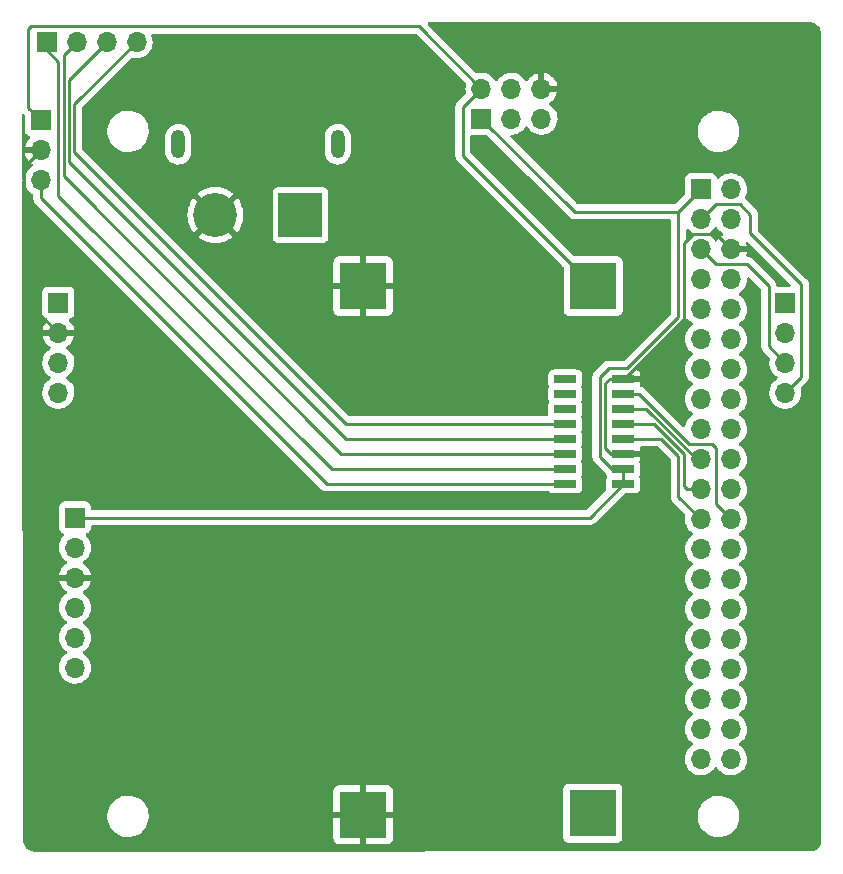
<source format=gbr>
%TF.GenerationSoftware,KiCad,Pcbnew,6.0.8-f2edbf62ab~116~ubuntu22.04.1*%
%TF.CreationDate,2022-11-20T23:04:20-05:00*%
%TF.ProjectId,Pi_HAT_Simple_V3,50695f48-4154-45f5-9369-6d706c655f56,rev?*%
%TF.SameCoordinates,Original*%
%TF.FileFunction,Copper,L2,Bot*%
%TF.FilePolarity,Positive*%
%FSLAX46Y46*%
G04 Gerber Fmt 4.6, Leading zero omitted, Abs format (unit mm)*
G04 Created by KiCad (PCBNEW 6.0.8-f2edbf62ab~116~ubuntu22.04.1) date 2022-11-20 23:04:20*
%MOMM*%
%LPD*%
G01*
G04 APERTURE LIST*
G04 Aperture macros list*
%AMRoundRect*
0 Rectangle with rounded corners*
0 $1 Rounding radius*
0 $2 $3 $4 $5 $6 $7 $8 $9 X,Y pos of 4 corners*
0 Add a 4 corners polygon primitive as box body*
4,1,4,$2,$3,$4,$5,$6,$7,$8,$9,$2,$3,0*
0 Add four circle primitives for the rounded corners*
1,1,$1+$1,$2,$3*
1,1,$1+$1,$4,$5*
1,1,$1+$1,$6,$7*
1,1,$1+$1,$8,$9*
0 Add four rect primitives between the rounded corners*
20,1,$1+$1,$2,$3,$4,$5,0*
20,1,$1+$1,$4,$5,$6,$7,0*
20,1,$1+$1,$6,$7,$8,$9,0*
20,1,$1+$1,$8,$9,$2,$3,0*%
G04 Aperture macros list end*
%TA.AperFunction,ComponentPad*%
%ADD10R,1.700000X1.700000*%
%TD*%
%TA.AperFunction,ComponentPad*%
%ADD11O,1.700000X1.700000*%
%TD*%
%TA.AperFunction,ComponentPad*%
%ADD12R,3.716000X3.716000*%
%TD*%
%TA.AperFunction,ComponentPad*%
%ADD13C,3.716000*%
%TD*%
%TA.AperFunction,ComponentPad*%
%ADD14O,1.200000X2.400000*%
%TD*%
%TA.AperFunction,ComponentPad*%
%ADD15R,4.000000X4.000000*%
%TD*%
%TA.AperFunction,SMDPad,CuDef*%
%ADD16RoundRect,0.042000X-0.908000X-0.258000X0.908000X-0.258000X0.908000X0.258000X-0.908000X0.258000X0*%
%TD*%
%TA.AperFunction,Conductor*%
%ADD17C,0.250000*%
%TD*%
G04 APERTURE END LIST*
D10*
%TO.P,J2,1,Pin_1*%
%TO.N,/3.3V*%
X151000000Y-79400000D03*
D11*
%TO.P,J2,2,Pin_2*%
%TO.N,/5V*%
X153540000Y-79400000D03*
%TO.P,J2,3,Pin_3*%
%TO.N,/SDA*%
X151000000Y-81940000D03*
%TO.P,J2,4,Pin_4*%
%TO.N,/5V*%
X153540000Y-81940000D03*
%TO.P,J2,5,Pin_5*%
%TO.N,/SCL*%
X151000000Y-84480000D03*
%TO.P,J2,6,Pin_6*%
%TO.N,GND*%
X153540000Y-84480000D03*
%TO.P,J2,7,Pin_7*%
%TO.N,unconnected-(J2-Pad7)*%
X151000000Y-87020000D03*
%TO.P,J2,8,Pin_8*%
%TO.N,unconnected-(J2-Pad8)*%
X153540000Y-87020000D03*
%TO.P,J2,9,Pin_9*%
%TO.N,unconnected-(J2-Pad9)*%
X151000000Y-89560000D03*
%TO.P,J2,10,Pin_10*%
%TO.N,unconnected-(J2-Pad10)*%
X153540000Y-89560000D03*
%TO.P,J2,11,Pin_11*%
%TO.N,unconnected-(J2-Pad11)*%
X151000000Y-92100000D03*
%TO.P,J2,12,Pin_12*%
%TO.N,unconnected-(J2-Pad12)*%
X153540000Y-92100000D03*
%TO.P,J2,13,Pin_13*%
%TO.N,unconnected-(J2-Pad13)*%
X151000000Y-94640000D03*
%TO.P,J2,14,Pin_14*%
%TO.N,unconnected-(J2-Pad14)*%
X153540000Y-94640000D03*
%TO.P,J2,15,Pin_15*%
%TO.N,unconnected-(J2-Pad15)*%
X151000000Y-97180000D03*
%TO.P,J2,16,Pin_16*%
%TO.N,unconnected-(J2-Pad16)*%
X153540000Y-97180000D03*
%TO.P,J2,17,Pin_17*%
%TO.N,unconnected-(J2-Pad17)*%
X151000000Y-99720000D03*
%TO.P,J2,18,Pin_18*%
%TO.N,unconnected-(J2-Pad18)*%
X153540000Y-99720000D03*
%TO.P,J2,19,Pin_19*%
%TO.N,/MOSI*%
X151000000Y-102260000D03*
%TO.P,J2,20,Pin_20*%
%TO.N,unconnected-(J2-Pad20)*%
X153540000Y-102260000D03*
%TO.P,J2,21,Pin_21*%
%TO.N,/MISO*%
X151000000Y-104800000D03*
%TO.P,J2,22,Pin_22*%
%TO.N,unconnected-(J2-Pad22)*%
X153540000Y-104800000D03*
%TO.P,J2,23,Pin_23*%
%TO.N,/SCLK*%
X151000000Y-107340000D03*
%TO.P,J2,24,Pin_24*%
%TO.N,/CS*%
X153540000Y-107340000D03*
%TO.P,J2,25,Pin_25*%
%TO.N,unconnected-(J2-Pad25)*%
X151000000Y-109880000D03*
%TO.P,J2,26,Pin_26*%
%TO.N,unconnected-(J2-Pad26)*%
X153540000Y-109880000D03*
%TO.P,J2,27,Pin_27*%
%TO.N,unconnected-(J2-Pad27)*%
X151000000Y-112420000D03*
%TO.P,J2,28,Pin_28*%
%TO.N,unconnected-(J2-Pad28)*%
X153540000Y-112420000D03*
%TO.P,J2,29,Pin_29*%
%TO.N,unconnected-(J2-Pad29)*%
X151000000Y-114960000D03*
%TO.P,J2,30,Pin_30*%
%TO.N,unconnected-(J2-Pad30)*%
X153540000Y-114960000D03*
%TO.P,J2,31,Pin_31*%
%TO.N,unconnected-(J2-Pad31)*%
X151000000Y-117500000D03*
%TO.P,J2,32,Pin_32*%
%TO.N,unconnected-(J2-Pad32)*%
X153540000Y-117500000D03*
%TO.P,J2,33,Pin_33*%
%TO.N,unconnected-(J2-Pad33)*%
X151000000Y-120040000D03*
%TO.P,J2,34,Pin_34*%
%TO.N,unconnected-(J2-Pad34)*%
X153540000Y-120040000D03*
%TO.P,J2,35,Pin_35*%
%TO.N,unconnected-(J2-Pad35)*%
X151000000Y-122580000D03*
%TO.P,J2,36,Pin_36*%
%TO.N,unconnected-(J2-Pad36)*%
X153540000Y-122580000D03*
%TO.P,J2,37,Pin_37*%
%TO.N,unconnected-(J2-Pad37)*%
X151000000Y-125120000D03*
%TO.P,J2,38,Pin_38*%
%TO.N,unconnected-(J2-Pad38)*%
X153540000Y-125120000D03*
%TO.P,J2,39,Pin_39*%
%TO.N,unconnected-(J2-Pad39)*%
X151000000Y-127660000D03*
%TO.P,J2,40,Pin_40*%
%TO.N,unconnected-(J2-Pad40)*%
X153540000Y-127660000D03*
%TD*%
D10*
%TO.P,J3,1,Pin_1*%
%TO.N,/3.3V*%
X132425000Y-73425000D03*
D11*
%TO.P,J3,2,Pin_2*%
%TO.N,/5V*%
X132425000Y-70885000D03*
%TO.P,J3,3,Pin_3*%
%TO.N,/SDA*%
X134965000Y-73425000D03*
%TO.P,J3,4,Pin_4*%
%TO.N,/5V*%
X134965000Y-70885000D03*
%TO.P,J3,5,Pin_5*%
%TO.N,/SCL*%
X137505000Y-73425000D03*
%TO.P,J3,6,Pin_6*%
%TO.N,GND*%
X137505000Y-70885000D03*
%TD*%
D10*
%TO.P,J1,1,Pin_1*%
%TO.N,/3.3V*%
X98000000Y-107200000D03*
D11*
%TO.P,J1,2,Pin_2*%
%TO.N,unconnected-(J1-Pad2)*%
X98000000Y-109740000D03*
%TO.P,J1,3,Pin_3*%
%TO.N,GND*%
X98000000Y-112280000D03*
%TO.P,J1,4,Pin_4*%
%TO.N,/SCL*%
X98000000Y-114820000D03*
%TO.P,J1,5,Pin_5*%
%TO.N,/SDA*%
X98000000Y-117360000D03*
%TO.P,J1,6,Pin_6*%
%TO.N,unconnected-(J1-Pad6)*%
X98000000Y-119900000D03*
%TD*%
D12*
%TO.P,J4,1,+*%
%TO.N,/VCC*%
X117100000Y-81600000D03*
D13*
%TO.P,J4,2,-*%
%TO.N,GND*%
X109900000Y-81600000D03*
D14*
%TO.P,J4,S1*%
%TO.N,N/C*%
X120250000Y-75600000D03*
%TO.P,J4,S2*%
X106750000Y-75600000D03*
%TD*%
D10*
%TO.P,J5,1,Pin_1*%
%TO.N,/5V*%
X95100000Y-73550000D03*
D11*
%TO.P,J5,2,Pin_2*%
%TO.N,GND*%
X95100000Y-76090000D03*
%TO.P,J5,3,Pin_3*%
%TO.N,/A-D Converter/PS*%
X95100000Y-78630000D03*
%TD*%
%TO.P,J6,4,Pin_4*%
%TO.N,/A-D Converter/VT*%
X103220000Y-66950000D03*
%TO.P,J6,3,Pin_3*%
%TO.N,/A-D Converter/CELL3*%
X100680000Y-66950000D03*
%TO.P,J6,2,Pin_2*%
%TO.N,/A-D Converter/CELL2*%
X98140000Y-66950000D03*
D10*
%TO.P,J6,1,Pin_1*%
%TO.N,/A-D Converter/CELL1*%
X95600000Y-66950000D03*
%TD*%
D11*
%TO.P,J8,4,Pin_4*%
%TO.N,/SDA*%
X158150000Y-96620000D03*
%TO.P,J8,3,Pin_3*%
%TO.N,/SCL*%
X158150000Y-94080000D03*
%TO.P,J8,2,Pin_2*%
%TO.N,GND*%
X158150000Y-91540000D03*
D10*
%TO.P,J8,1,Pin_1*%
%TO.N,/VCC*%
X158150000Y-89000000D03*
%TD*%
D11*
%TO.P,J9,4,Pin_4*%
%TO.N,/SDA*%
X96600000Y-96620000D03*
%TO.P,J9,3,Pin_3*%
%TO.N,/SCL*%
X96600000Y-94080000D03*
%TO.P,J9,2,Pin_2*%
%TO.N,GND*%
X96600000Y-91540000D03*
D10*
%TO.P,J9,1,Pin_1*%
%TO.N,/VCC*%
X96600000Y-89000000D03*
%TD*%
D15*
%TO.P,U1,1,IN+*%
%TO.N,/VCC*%
X141852000Y-132236000D03*
%TO.P,U1,2,IN-*%
%TO.N,GND*%
X122400000Y-132350000D03*
%TO.P,U1,3,OUT+*%
%TO.N,/5V*%
X141900000Y-87600000D03*
%TO.P,U1,4,OUT-*%
%TO.N,GND*%
X122400000Y-87600000D03*
%TD*%
D16*
%TO.P,U2,16,VDD*%
%TO.N,/3.3V*%
X144417500Y-104355000D03*
%TO.P,U2,15,VREF*%
X144417500Y-103085000D03*
%TO.P,U2,14,AGND*%
%TO.N,GND*%
X144417500Y-101815000D03*
%TO.P,U2,13,CLK*%
%TO.N,/SCLK*%
X144417500Y-100545000D03*
%TO.P,U2,12,DOUT*%
%TO.N,/MISO*%
X144417500Y-99275000D03*
%TO.P,U2,11,DIN*%
%TO.N,/MOSI*%
X144417500Y-98005000D03*
%TO.P,U2,10,~{CS/SHDN}*%
%TO.N,/CS*%
X144417500Y-96735000D03*
%TO.P,U2,9,DGND*%
%TO.N,GND*%
X144417500Y-95465000D03*
%TO.P,U2,8,CH7*%
%TO.N,unconnected-(U2-Pad8)*%
X139507500Y-95465000D03*
%TO.P,U2,7,CH6*%
%TO.N,unconnected-(U2-Pad7)*%
X139507500Y-96735000D03*
%TO.P,U2,6,CH5*%
%TO.N,unconnected-(U2-Pad6)*%
X139507500Y-98005000D03*
%TO.P,U2,5,CH4*%
%TO.N,/A-D Converter/VT*%
X139507500Y-99275000D03*
%TO.P,U2,4,CH3*%
%TO.N,/A-D Converter/CELL3*%
X139507500Y-100545000D03*
%TO.P,U2,3,CH2*%
%TO.N,/A-D Converter/CELL2*%
X139507500Y-101815000D03*
%TO.P,U2,2,CH1*%
%TO.N,/A-D Converter/CELL1*%
X139507500Y-103085000D03*
%TO.P,U2,1,CH0*%
%TO.N,/A-D Converter/PS*%
X139507500Y-104355000D03*
%TD*%
D17*
%TO.N,GND*%
X96600000Y-91540000D02*
X93700000Y-88640000D01*
X93700000Y-88640000D02*
X93700000Y-77490000D01*
X93700000Y-77490000D02*
X95100000Y-76090000D01*
%TO.N,/5V*%
X132425000Y-70885000D02*
X127140000Y-65600000D01*
X94250000Y-65600000D02*
X94050000Y-65800000D01*
X127140000Y-65600000D02*
X94250000Y-65600000D01*
X94050000Y-65800000D02*
X94050000Y-72500000D01*
X94050000Y-72500000D02*
X95100000Y-73550000D01*
X132425000Y-70885000D02*
X130850000Y-72460000D01*
X130850000Y-72460000D02*
X130850000Y-76550000D01*
X130850000Y-76550000D02*
X141900000Y-87600000D01*
%TO.N,/3.3V*%
X132425000Y-73425000D02*
X140300000Y-81300000D01*
X140300000Y-81300000D02*
X149100000Y-81300000D01*
%TO.N,/A-D Converter/PS*%
X139507500Y-104355000D02*
X119305000Y-104355000D01*
X119305000Y-104355000D02*
X95100000Y-80150000D01*
X95100000Y-80150000D02*
X95100000Y-78630000D01*
%TO.N,/A-D Converter/VT*%
X103220000Y-66950000D02*
X97950000Y-72220000D01*
X97950000Y-72220000D02*
X97950000Y-76250000D01*
X97950000Y-76250000D02*
X120975000Y-99275000D01*
X120975000Y-99275000D02*
X139507500Y-99275000D01*
%TO.N,/A-D Converter/CELL3*%
X97500000Y-70200000D02*
X97500000Y-77100000D01*
X100680000Y-66950000D02*
X97500000Y-70130000D01*
X97500000Y-70130000D02*
X97500000Y-70200000D01*
X97500000Y-77100000D02*
X120945000Y-100545000D01*
X120945000Y-100545000D02*
X139507500Y-100545000D01*
%TO.N,/A-D Converter/CELL2*%
X139507500Y-101815000D02*
X120565000Y-101815000D01*
X97050000Y-78300000D02*
X97050000Y-68040000D01*
X120565000Y-101815000D02*
X97050000Y-78300000D01*
X97050000Y-68040000D02*
X98140000Y-66950000D01*
%TO.N,/A-D Converter/CELL1*%
X95600000Y-66950000D02*
X95600000Y-67600000D01*
X119735000Y-103085000D02*
X139507500Y-103085000D01*
X95600000Y-67600000D02*
X96600000Y-68600000D01*
X96600000Y-68600000D02*
X96600000Y-79950000D01*
X96600000Y-79950000D02*
X119735000Y-103085000D01*
%TO.N,/3.3V*%
X144417500Y-103085000D02*
X143485000Y-103085000D01*
X143485000Y-103085000D02*
X142450000Y-102050000D01*
X142450000Y-102050000D02*
X142450000Y-95300000D01*
X142450000Y-95300000D02*
X143200000Y-94550000D01*
X143200000Y-94550000D02*
X144763604Y-94550000D01*
X149100000Y-81300000D02*
X151000000Y-79400000D01*
X144763604Y-94550000D02*
X149100000Y-90213604D01*
X149100000Y-90213604D02*
X149100000Y-81300000D01*
%TO.N,GND*%
X144417500Y-101815000D02*
X143415000Y-101815000D01*
X143415000Y-101815000D02*
X142900000Y-101300000D01*
X142900000Y-101300000D02*
X142900000Y-95850000D01*
X142900000Y-95850000D02*
X143300000Y-95450000D01*
X143300000Y-95450000D02*
X144402500Y-95450000D01*
X144402500Y-95450000D02*
X144417500Y-95465000D01*
X144417500Y-95465000D02*
X144485000Y-95465000D01*
X144485000Y-95465000D02*
X149550000Y-90400000D01*
X149550000Y-90400000D02*
X149550000Y-83950000D01*
X149550000Y-83950000D02*
X150300000Y-83200000D01*
X150300000Y-83200000D02*
X152260000Y-83200000D01*
X152260000Y-83200000D02*
X153540000Y-84480000D01*
%TO.N,/CS*%
X144417500Y-96735000D02*
X145757792Y-96735000D01*
X152250000Y-106050000D02*
X153540000Y-107340000D01*
X145757792Y-96735000D02*
X150022792Y-101000000D01*
X150022792Y-101000000D02*
X151900000Y-101000000D01*
X151900000Y-101000000D02*
X152250000Y-101350000D01*
X152250000Y-101350000D02*
X152250000Y-106050000D01*
%TO.N,/3.3V*%
X98000000Y-107200000D02*
X141572500Y-107200000D01*
X141572500Y-107200000D02*
X144417500Y-104355000D01*
%TO.N,/SDA*%
X158150000Y-96620000D02*
X159500000Y-95270000D01*
X159500000Y-87450000D02*
X155200000Y-83150000D01*
X159500000Y-95270000D02*
X159500000Y-87450000D01*
X155200000Y-83150000D02*
X155200000Y-81550000D01*
X155200000Y-81550000D02*
X154300000Y-80650000D01*
X154300000Y-80650000D02*
X152290000Y-80650000D01*
X152290000Y-80650000D02*
X151000000Y-81940000D01*
%TO.N,/SCL*%
X151000000Y-84480000D02*
X152270000Y-85750000D01*
X154900000Y-85750000D02*
X156750000Y-87600000D01*
X152270000Y-85750000D02*
X154900000Y-85750000D01*
X156750000Y-87600000D02*
X156750000Y-92680000D01*
X156750000Y-92680000D02*
X158150000Y-94080000D01*
%TO.N,/MOSI*%
X144417500Y-98005000D02*
X146391396Y-98005000D01*
X146391396Y-98005000D02*
X150646396Y-102260000D01*
X150646396Y-102260000D02*
X151000000Y-102260000D01*
%TO.N,/SCLK*%
X144417500Y-100545000D02*
X147658604Y-100545000D01*
X149100000Y-105440000D02*
X151000000Y-107340000D01*
X147658604Y-100545000D02*
X149100000Y-101986396D01*
X149100000Y-101986396D02*
X149100000Y-105440000D01*
%TO.N,/MISO*%
X144417500Y-99275000D02*
X147025000Y-99275000D01*
X147025000Y-99275000D02*
X149550000Y-101800000D01*
X149550000Y-101800000D02*
X149550000Y-104500000D01*
X149550000Y-104500000D02*
X149850000Y-104800000D01*
X149850000Y-104800000D02*
X151000000Y-104800000D01*
%TO.N,/3.3V*%
X144417500Y-104355000D02*
X144417500Y-103085000D01*
%TD*%
%TA.AperFunction,Conductor*%
%TO.N,GND*%
G36*
X160163031Y-65234110D02*
G01*
X160177672Y-65236390D01*
X160177676Y-65236390D01*
X160186544Y-65237771D01*
X160195446Y-65236607D01*
X160199217Y-65236114D01*
X160226536Y-65235530D01*
X160352232Y-65246529D01*
X160354010Y-65246685D01*
X160375639Y-65250499D01*
X160521285Y-65289527D01*
X160541923Y-65297039D01*
X160678580Y-65360766D01*
X160697597Y-65371745D01*
X160821112Y-65458233D01*
X160837936Y-65472350D01*
X160944554Y-65578969D01*
X160958671Y-65595793D01*
X161045160Y-65719312D01*
X161056136Y-65738323D01*
X161057639Y-65741545D01*
X161119865Y-65874989D01*
X161127376Y-65895626D01*
X161166402Y-66041266D01*
X161170216Y-66062897D01*
X161180770Y-66183521D01*
X161180218Y-66199962D01*
X161180630Y-66199967D01*
X161180521Y-66208936D01*
X161179139Y-66217811D01*
X161181776Y-66237976D01*
X161183275Y-66249436D01*
X161184339Y-66265745D01*
X161198610Y-134187408D01*
X161198660Y-134426586D01*
X161197159Y-134446000D01*
X161194860Y-134460762D01*
X161194860Y-134460769D01*
X161193479Y-134469637D01*
X161194643Y-134478539D01*
X161194643Y-134478541D01*
X161195136Y-134482312D01*
X161195720Y-134509631D01*
X161188858Y-134588054D01*
X161184566Y-134637110D01*
X161180752Y-134658737D01*
X161174726Y-134681229D01*
X161141725Y-134804386D01*
X161134214Y-134825024D01*
X161070485Y-134961692D01*
X161059508Y-134980705D01*
X160973016Y-135104232D01*
X160958902Y-135121052D01*
X160852276Y-135227681D01*
X160835454Y-135241798D01*
X160711932Y-135328293D01*
X160692925Y-135339267D01*
X160556252Y-135403004D01*
X160535630Y-135410511D01*
X160445897Y-135434558D01*
X160389968Y-135449546D01*
X160368340Y-135453360D01*
X160247961Y-135463897D01*
X160231273Y-135463338D01*
X160231268Y-135463719D01*
X160222291Y-135463610D01*
X160213422Y-135462229D01*
X160204523Y-135463393D01*
X160204521Y-135463393D01*
X160181758Y-135466371D01*
X160165461Y-135467435D01*
X94649292Y-135491481D01*
X94629862Y-135489981D01*
X94615150Y-135487690D01*
X94615145Y-135487690D01*
X94606276Y-135486309D01*
X94593603Y-135487966D01*
X94566293Y-135488551D01*
X94438806Y-135477397D01*
X94417183Y-135473585D01*
X94271533Y-135434558D01*
X94250896Y-135427046D01*
X94114240Y-135363322D01*
X94095220Y-135352340D01*
X93971703Y-135265853D01*
X93954878Y-135251735D01*
X93848265Y-135145122D01*
X93834147Y-135128297D01*
X93747660Y-135004780D01*
X93736678Y-134985760D01*
X93672954Y-134849104D01*
X93665443Y-134828466D01*
X93626417Y-134682822D01*
X93622602Y-134661191D01*
X93622388Y-134658739D01*
X93612349Y-134543993D01*
X93612374Y-134521758D01*
X93612770Y-134517344D01*
X93613576Y-134512552D01*
X93613729Y-134500000D01*
X93610282Y-134475927D01*
X93609680Y-134471723D01*
X93608408Y-134454120D01*
X93608287Y-134394669D01*
X119892001Y-134394669D01*
X119892371Y-134401490D01*
X119897895Y-134452352D01*
X119901521Y-134467604D01*
X119946676Y-134588054D01*
X119955214Y-134603649D01*
X120031715Y-134705724D01*
X120044276Y-134718285D01*
X120146351Y-134794786D01*
X120161946Y-134803324D01*
X120282394Y-134848478D01*
X120297649Y-134852105D01*
X120348514Y-134857631D01*
X120355328Y-134858000D01*
X122127885Y-134858000D01*
X122143124Y-134853525D01*
X122144329Y-134852135D01*
X122146000Y-134844452D01*
X122146000Y-134839884D01*
X122654000Y-134839884D01*
X122658475Y-134855123D01*
X122659865Y-134856328D01*
X122667548Y-134857999D01*
X124444669Y-134857999D01*
X124451490Y-134857629D01*
X124502352Y-134852105D01*
X124517604Y-134848479D01*
X124638054Y-134803324D01*
X124653649Y-134794786D01*
X124755724Y-134718285D01*
X124768285Y-134705724D01*
X124844786Y-134603649D01*
X124853324Y-134588054D01*
X124898478Y-134467606D01*
X124902105Y-134452351D01*
X124907631Y-134401486D01*
X124908000Y-134394672D01*
X124908000Y-134284134D01*
X139343500Y-134284134D01*
X139350255Y-134346316D01*
X139401385Y-134482705D01*
X139488739Y-134599261D01*
X139605295Y-134686615D01*
X139741684Y-134737745D01*
X139803866Y-134744500D01*
X143900134Y-134744500D01*
X143962316Y-134737745D01*
X144098705Y-134686615D01*
X144215261Y-134599261D01*
X144302615Y-134482705D01*
X144353745Y-134346316D01*
X144360500Y-134284134D01*
X144360500Y-132607655D01*
X150739858Y-132607655D01*
X150775104Y-132866638D01*
X150776412Y-132871124D01*
X150776412Y-132871126D01*
X150796098Y-132938664D01*
X150848243Y-133117567D01*
X150957668Y-133354928D01*
X150960231Y-133358837D01*
X151098410Y-133569596D01*
X151098414Y-133569601D01*
X151100976Y-133573509D01*
X151275018Y-133768506D01*
X151475970Y-133935637D01*
X151479973Y-133938066D01*
X151695422Y-134068804D01*
X151695426Y-134068806D01*
X151699419Y-134071229D01*
X151940455Y-134172303D01*
X152193783Y-134236641D01*
X152198434Y-134237109D01*
X152198438Y-134237110D01*
X152391308Y-134256531D01*
X152410867Y-134258500D01*
X152566354Y-134258500D01*
X152568679Y-134258327D01*
X152568685Y-134258327D01*
X152756000Y-134244407D01*
X152756004Y-134244406D01*
X152760652Y-134244061D01*
X152765200Y-134243032D01*
X152765206Y-134243031D01*
X152951601Y-134200853D01*
X153015577Y-134186377D01*
X153051769Y-134172303D01*
X153254824Y-134093340D01*
X153254827Y-134093339D01*
X153259177Y-134091647D01*
X153486098Y-133961951D01*
X153691357Y-133800138D01*
X153870443Y-133609763D01*
X154019424Y-133395009D01*
X154135025Y-133160593D01*
X154214707Y-132911665D01*
X154256721Y-132653693D01*
X154260142Y-132392345D01*
X154224896Y-132133362D01*
X154210473Y-132083877D01*
X154153068Y-131886932D01*
X154151757Y-131882433D01*
X154042332Y-131645072D01*
X154009519Y-131595024D01*
X153901590Y-131430404D01*
X153901586Y-131430399D01*
X153899024Y-131426491D01*
X153724982Y-131231494D01*
X153524030Y-131064363D01*
X153476844Y-131035730D01*
X153304578Y-130931196D01*
X153304574Y-130931194D01*
X153300581Y-130928771D01*
X153059545Y-130827697D01*
X152806217Y-130763359D01*
X152801566Y-130762891D01*
X152801562Y-130762890D01*
X152592271Y-130741816D01*
X152589133Y-130741500D01*
X152433646Y-130741500D01*
X152431321Y-130741673D01*
X152431315Y-130741673D01*
X152244000Y-130755593D01*
X152243996Y-130755594D01*
X152239348Y-130755939D01*
X152234800Y-130756968D01*
X152234794Y-130756969D01*
X152048399Y-130799147D01*
X151984423Y-130813623D01*
X151980071Y-130815315D01*
X151980069Y-130815316D01*
X151745176Y-130906660D01*
X151745173Y-130906661D01*
X151740823Y-130908353D01*
X151513902Y-131038049D01*
X151308643Y-131199862D01*
X151129557Y-131390237D01*
X150980576Y-131604991D01*
X150864975Y-131839407D01*
X150785293Y-132088335D01*
X150743279Y-132346307D01*
X150739858Y-132607655D01*
X144360500Y-132607655D01*
X144360500Y-130187866D01*
X144353745Y-130125684D01*
X144302615Y-129989295D01*
X144215261Y-129872739D01*
X144098705Y-129785385D01*
X143962316Y-129734255D01*
X143900134Y-129727500D01*
X139803866Y-129727500D01*
X139741684Y-129734255D01*
X139605295Y-129785385D01*
X139488739Y-129872739D01*
X139401385Y-129989295D01*
X139350255Y-130125684D01*
X139343500Y-130187866D01*
X139343500Y-134284134D01*
X124908000Y-134284134D01*
X124908000Y-132622115D01*
X124903525Y-132606876D01*
X124902135Y-132605671D01*
X124894452Y-132604000D01*
X122672115Y-132604000D01*
X122656876Y-132608475D01*
X122655671Y-132609865D01*
X122654000Y-132617548D01*
X122654000Y-134839884D01*
X122146000Y-134839884D01*
X122146000Y-132622115D01*
X122141525Y-132606876D01*
X122140135Y-132605671D01*
X122132452Y-132604000D01*
X119910116Y-132604000D01*
X119894877Y-132608475D01*
X119893672Y-132609865D01*
X119892001Y-132617548D01*
X119892001Y-134394669D01*
X93608287Y-134394669D01*
X93604638Y-132607655D01*
X100739858Y-132607655D01*
X100775104Y-132866638D01*
X100776412Y-132871124D01*
X100776412Y-132871126D01*
X100796098Y-132938664D01*
X100848243Y-133117567D01*
X100957668Y-133354928D01*
X100960231Y-133358837D01*
X101098410Y-133569596D01*
X101098414Y-133569601D01*
X101100976Y-133573509D01*
X101275018Y-133768506D01*
X101475970Y-133935637D01*
X101479973Y-133938066D01*
X101695422Y-134068804D01*
X101695426Y-134068806D01*
X101699419Y-134071229D01*
X101940455Y-134172303D01*
X102193783Y-134236641D01*
X102198434Y-134237109D01*
X102198438Y-134237110D01*
X102391308Y-134256531D01*
X102410867Y-134258500D01*
X102566354Y-134258500D01*
X102568679Y-134258327D01*
X102568685Y-134258327D01*
X102756000Y-134244407D01*
X102756004Y-134244406D01*
X102760652Y-134244061D01*
X102765200Y-134243032D01*
X102765206Y-134243031D01*
X102951601Y-134200853D01*
X103015577Y-134186377D01*
X103051769Y-134172303D01*
X103254824Y-134093340D01*
X103254827Y-134093339D01*
X103259177Y-134091647D01*
X103486098Y-133961951D01*
X103691357Y-133800138D01*
X103870443Y-133609763D01*
X104019424Y-133395009D01*
X104135025Y-133160593D01*
X104214707Y-132911665D01*
X104256721Y-132653693D01*
X104260142Y-132392345D01*
X104224896Y-132133362D01*
X104210473Y-132083877D01*
X104208726Y-132077885D01*
X119892000Y-132077885D01*
X119896475Y-132093124D01*
X119897865Y-132094329D01*
X119905548Y-132096000D01*
X122127885Y-132096000D01*
X122143124Y-132091525D01*
X122144329Y-132090135D01*
X122146000Y-132082452D01*
X122146000Y-132077885D01*
X122654000Y-132077885D01*
X122658475Y-132093124D01*
X122659865Y-132094329D01*
X122667548Y-132096000D01*
X124889884Y-132096000D01*
X124905123Y-132091525D01*
X124906328Y-132090135D01*
X124907999Y-132082452D01*
X124907999Y-130305331D01*
X124907629Y-130298510D01*
X124902105Y-130247648D01*
X124898479Y-130232396D01*
X124853324Y-130111946D01*
X124844786Y-130096351D01*
X124768285Y-129994276D01*
X124755724Y-129981715D01*
X124653649Y-129905214D01*
X124638054Y-129896676D01*
X124517606Y-129851522D01*
X124502351Y-129847895D01*
X124451486Y-129842369D01*
X124444672Y-129842000D01*
X122672115Y-129842000D01*
X122656876Y-129846475D01*
X122655671Y-129847865D01*
X122654000Y-129855548D01*
X122654000Y-132077885D01*
X122146000Y-132077885D01*
X122146000Y-129860116D01*
X122141525Y-129844877D01*
X122140135Y-129843672D01*
X122132452Y-129842001D01*
X120355331Y-129842001D01*
X120348510Y-129842371D01*
X120297648Y-129847895D01*
X120282396Y-129851521D01*
X120161946Y-129896676D01*
X120146351Y-129905214D01*
X120044276Y-129981715D01*
X120031715Y-129994276D01*
X119955214Y-130096351D01*
X119946676Y-130111946D01*
X119901522Y-130232394D01*
X119897895Y-130247649D01*
X119892369Y-130298514D01*
X119892000Y-130305328D01*
X119892000Y-132077885D01*
X104208726Y-132077885D01*
X104153068Y-131886932D01*
X104151757Y-131882433D01*
X104042332Y-131645072D01*
X104009519Y-131595024D01*
X103901590Y-131430404D01*
X103901586Y-131430399D01*
X103899024Y-131426491D01*
X103724982Y-131231494D01*
X103524030Y-131064363D01*
X103476844Y-131035730D01*
X103304578Y-130931196D01*
X103304574Y-130931194D01*
X103300581Y-130928771D01*
X103059545Y-130827697D01*
X102806217Y-130763359D01*
X102801566Y-130762891D01*
X102801562Y-130762890D01*
X102592271Y-130741816D01*
X102589133Y-130741500D01*
X102433646Y-130741500D01*
X102431321Y-130741673D01*
X102431315Y-130741673D01*
X102244000Y-130755593D01*
X102243996Y-130755594D01*
X102239348Y-130755939D01*
X102234800Y-130756968D01*
X102234794Y-130756969D01*
X102048399Y-130799147D01*
X101984423Y-130813623D01*
X101980071Y-130815315D01*
X101980069Y-130815316D01*
X101745176Y-130906660D01*
X101745173Y-130906661D01*
X101740823Y-130908353D01*
X101513902Y-131038049D01*
X101308643Y-131199862D01*
X101129557Y-131390237D01*
X100980576Y-131604991D01*
X100864975Y-131839407D01*
X100785293Y-132088335D01*
X100743279Y-132346307D01*
X100739858Y-132607655D01*
X93604638Y-132607655D01*
X93578621Y-119866695D01*
X96637251Y-119866695D01*
X96637548Y-119871848D01*
X96637548Y-119871851D01*
X96649812Y-120084547D01*
X96650110Y-120089715D01*
X96651247Y-120094761D01*
X96651248Y-120094767D01*
X96671119Y-120182939D01*
X96699222Y-120307639D01*
X96783266Y-120514616D01*
X96785965Y-120519020D01*
X96889286Y-120687625D01*
X96899987Y-120705088D01*
X97046250Y-120873938D01*
X97218126Y-121016632D01*
X97411000Y-121129338D01*
X97619692Y-121209030D01*
X97624760Y-121210061D01*
X97624763Y-121210062D01*
X97732017Y-121231883D01*
X97838597Y-121253567D01*
X97843772Y-121253757D01*
X97843774Y-121253757D01*
X98056673Y-121261564D01*
X98056677Y-121261564D01*
X98061837Y-121261753D01*
X98066957Y-121261097D01*
X98066959Y-121261097D01*
X98278288Y-121234025D01*
X98278289Y-121234025D01*
X98283416Y-121233368D01*
X98288366Y-121231883D01*
X98492429Y-121170661D01*
X98492434Y-121170659D01*
X98497384Y-121169174D01*
X98697994Y-121070896D01*
X98879860Y-120941173D01*
X99038096Y-120783489D01*
X99064836Y-120746277D01*
X99165435Y-120606277D01*
X99168453Y-120602077D01*
X99267430Y-120401811D01*
X99332370Y-120188069D01*
X99361529Y-119966590D01*
X99363156Y-119900000D01*
X99344852Y-119677361D01*
X99290431Y-119460702D01*
X99201354Y-119255840D01*
X99080014Y-119068277D01*
X98929670Y-118903051D01*
X98925619Y-118899852D01*
X98925615Y-118899848D01*
X98758414Y-118767800D01*
X98758410Y-118767798D01*
X98754359Y-118764598D01*
X98713053Y-118741796D01*
X98663084Y-118691364D01*
X98648312Y-118621921D01*
X98673428Y-118555516D01*
X98700780Y-118528909D01*
X98744603Y-118497650D01*
X98879860Y-118401173D01*
X99038096Y-118243489D01*
X99064836Y-118206277D01*
X99165435Y-118066277D01*
X99168453Y-118062077D01*
X99267430Y-117861811D01*
X99332370Y-117648069D01*
X99361529Y-117426590D01*
X99363156Y-117360000D01*
X99344852Y-117137361D01*
X99290431Y-116920702D01*
X99201354Y-116715840D01*
X99080014Y-116528277D01*
X98929670Y-116363051D01*
X98925619Y-116359852D01*
X98925615Y-116359848D01*
X98758414Y-116227800D01*
X98758410Y-116227798D01*
X98754359Y-116224598D01*
X98713053Y-116201796D01*
X98663084Y-116151364D01*
X98648312Y-116081921D01*
X98673428Y-116015516D01*
X98700780Y-115988909D01*
X98744603Y-115957650D01*
X98879860Y-115861173D01*
X99038096Y-115703489D01*
X99064836Y-115666277D01*
X99165435Y-115526277D01*
X99168453Y-115522077D01*
X99267430Y-115321811D01*
X99332370Y-115108069D01*
X99361529Y-114886590D01*
X99363156Y-114820000D01*
X99344852Y-114597361D01*
X99290431Y-114380702D01*
X99201354Y-114175840D01*
X99080014Y-113988277D01*
X98929670Y-113823051D01*
X98925619Y-113819852D01*
X98925615Y-113819848D01*
X98758414Y-113687800D01*
X98758410Y-113687798D01*
X98754359Y-113684598D01*
X98712569Y-113661529D01*
X98662598Y-113611097D01*
X98647826Y-113541654D01*
X98672942Y-113475248D01*
X98700294Y-113448641D01*
X98875328Y-113323792D01*
X98883200Y-113317139D01*
X99034052Y-113166812D01*
X99040730Y-113158965D01*
X99165003Y-112986020D01*
X99170313Y-112977183D01*
X99264670Y-112786267D01*
X99268469Y-112776672D01*
X99330377Y-112572910D01*
X99332555Y-112562837D01*
X99333986Y-112551962D01*
X99331775Y-112537778D01*
X99318617Y-112534000D01*
X96683225Y-112534000D01*
X96669694Y-112537973D01*
X96668257Y-112547966D01*
X96698565Y-112682446D01*
X96701645Y-112692275D01*
X96781770Y-112889603D01*
X96786413Y-112898794D01*
X96897694Y-113080388D01*
X96903777Y-113088699D01*
X97043213Y-113249667D01*
X97050580Y-113256883D01*
X97214434Y-113392916D01*
X97222881Y-113398831D01*
X97291969Y-113439203D01*
X97340693Y-113490842D01*
X97353764Y-113560625D01*
X97327033Y-113626396D01*
X97286584Y-113659752D01*
X97273607Y-113666507D01*
X97269474Y-113669610D01*
X97269471Y-113669612D01*
X97099100Y-113797530D01*
X97094965Y-113800635D01*
X96940629Y-113962138D01*
X96814743Y-114146680D01*
X96799003Y-114180590D01*
X96737637Y-114312792D01*
X96720688Y-114349305D01*
X96660989Y-114564570D01*
X96637251Y-114786695D01*
X96637548Y-114791848D01*
X96637548Y-114791851D01*
X96649812Y-115004547D01*
X96650110Y-115009715D01*
X96651247Y-115014761D01*
X96651248Y-115014767D01*
X96671119Y-115102939D01*
X96699222Y-115227639D01*
X96783266Y-115434616D01*
X96785965Y-115439020D01*
X96889286Y-115607625D01*
X96899987Y-115625088D01*
X97046250Y-115793938D01*
X97218126Y-115936632D01*
X97288595Y-115977811D01*
X97291445Y-115979476D01*
X97340169Y-116031114D01*
X97353240Y-116100897D01*
X97326509Y-116166669D01*
X97286055Y-116200027D01*
X97273607Y-116206507D01*
X97269474Y-116209610D01*
X97269471Y-116209612D01*
X97099100Y-116337530D01*
X97094965Y-116340635D01*
X96940629Y-116502138D01*
X96814743Y-116686680D01*
X96799003Y-116720590D01*
X96737637Y-116852792D01*
X96720688Y-116889305D01*
X96660989Y-117104570D01*
X96637251Y-117326695D01*
X96637548Y-117331848D01*
X96637548Y-117331851D01*
X96649812Y-117544547D01*
X96650110Y-117549715D01*
X96651247Y-117554761D01*
X96651248Y-117554767D01*
X96671119Y-117642939D01*
X96699222Y-117767639D01*
X96783266Y-117974616D01*
X96785965Y-117979020D01*
X96889286Y-118147625D01*
X96899987Y-118165088D01*
X97046250Y-118333938D01*
X97218126Y-118476632D01*
X97288595Y-118517811D01*
X97291445Y-118519476D01*
X97340169Y-118571114D01*
X97353240Y-118640897D01*
X97326509Y-118706669D01*
X97286055Y-118740027D01*
X97273607Y-118746507D01*
X97269474Y-118749610D01*
X97269471Y-118749612D01*
X97099100Y-118877530D01*
X97094965Y-118880635D01*
X96940629Y-119042138D01*
X96814743Y-119226680D01*
X96799003Y-119260590D01*
X96737637Y-119392792D01*
X96720688Y-119429305D01*
X96660989Y-119644570D01*
X96637251Y-119866695D01*
X93578621Y-119866695D01*
X93531083Y-96586695D01*
X95237251Y-96586695D01*
X95237548Y-96591848D01*
X95237548Y-96591851D01*
X95244608Y-96714297D01*
X95250110Y-96809715D01*
X95251247Y-96814761D01*
X95251248Y-96814767D01*
X95271119Y-96902939D01*
X95299222Y-97027639D01*
X95383266Y-97234616D01*
X95385965Y-97239020D01*
X95483177Y-97397656D01*
X95499987Y-97425088D01*
X95646250Y-97593938D01*
X95818126Y-97736632D01*
X96011000Y-97849338D01*
X96219692Y-97929030D01*
X96224760Y-97930061D01*
X96224763Y-97930062D01*
X96332017Y-97951883D01*
X96438597Y-97973567D01*
X96443772Y-97973757D01*
X96443774Y-97973757D01*
X96656673Y-97981564D01*
X96656677Y-97981564D01*
X96661837Y-97981753D01*
X96666957Y-97981097D01*
X96666959Y-97981097D01*
X96878288Y-97954025D01*
X96878289Y-97954025D01*
X96883416Y-97953368D01*
X96888366Y-97951883D01*
X97092429Y-97890661D01*
X97092434Y-97890659D01*
X97097384Y-97889174D01*
X97297994Y-97790896D01*
X97479860Y-97661173D01*
X97518675Y-97622494D01*
X97634435Y-97507137D01*
X97638096Y-97503489D01*
X97697594Y-97420689D01*
X97765435Y-97326277D01*
X97768453Y-97322077D01*
X97774248Y-97310353D01*
X97865136Y-97126453D01*
X97865137Y-97126451D01*
X97867430Y-97121811D01*
X97932370Y-96908069D01*
X97961529Y-96686590D01*
X97963156Y-96620000D01*
X97944852Y-96397361D01*
X97890431Y-96180702D01*
X97801354Y-95975840D01*
X97718255Y-95847388D01*
X97682822Y-95792617D01*
X97682820Y-95792614D01*
X97680014Y-95788277D01*
X97529670Y-95623051D01*
X97525619Y-95619852D01*
X97525615Y-95619848D01*
X97358414Y-95487800D01*
X97358410Y-95487798D01*
X97354359Y-95484598D01*
X97313053Y-95461796D01*
X97263084Y-95411364D01*
X97248312Y-95341921D01*
X97273428Y-95275516D01*
X97300780Y-95248909D01*
X97362149Y-95205135D01*
X97479860Y-95121173D01*
X97518675Y-95082494D01*
X97634435Y-94967137D01*
X97638096Y-94963489D01*
X97641356Y-94958953D01*
X97765435Y-94786277D01*
X97768453Y-94782077D01*
X97795141Y-94728079D01*
X97865136Y-94586453D01*
X97865137Y-94586451D01*
X97867430Y-94581811D01*
X97932370Y-94368069D01*
X97961529Y-94146590D01*
X97962896Y-94090637D01*
X97963074Y-94083365D01*
X97963074Y-94083361D01*
X97963156Y-94080000D01*
X97944852Y-93857361D01*
X97890431Y-93640702D01*
X97801354Y-93435840D01*
X97720665Y-93311114D01*
X97682822Y-93252617D01*
X97682820Y-93252614D01*
X97680014Y-93248277D01*
X97529670Y-93083051D01*
X97525619Y-93079852D01*
X97525615Y-93079848D01*
X97358414Y-92947800D01*
X97358410Y-92947798D01*
X97354359Y-92944598D01*
X97312569Y-92921529D01*
X97262598Y-92871097D01*
X97247826Y-92801654D01*
X97272942Y-92735248D01*
X97300294Y-92708641D01*
X97475328Y-92583792D01*
X97483200Y-92577139D01*
X97634052Y-92426812D01*
X97640730Y-92418965D01*
X97765003Y-92246020D01*
X97770313Y-92237183D01*
X97864670Y-92046267D01*
X97868469Y-92036672D01*
X97930377Y-91832910D01*
X97932555Y-91822837D01*
X97933986Y-91811962D01*
X97931775Y-91797778D01*
X97918617Y-91794000D01*
X95283225Y-91794000D01*
X95269694Y-91797973D01*
X95268257Y-91807966D01*
X95298565Y-91942446D01*
X95301645Y-91952275D01*
X95381770Y-92149603D01*
X95386413Y-92158794D01*
X95497694Y-92340388D01*
X95503777Y-92348699D01*
X95643213Y-92509667D01*
X95650580Y-92516883D01*
X95814434Y-92652916D01*
X95822881Y-92658831D01*
X95891969Y-92699203D01*
X95940693Y-92750842D01*
X95953764Y-92820625D01*
X95927033Y-92886396D01*
X95886584Y-92919752D01*
X95873607Y-92926507D01*
X95869474Y-92929610D01*
X95869471Y-92929612D01*
X95699100Y-93057530D01*
X95694965Y-93060635D01*
X95540629Y-93222138D01*
X95537715Y-93226410D01*
X95537714Y-93226411D01*
X95490574Y-93295516D01*
X95414743Y-93406680D01*
X95320688Y-93609305D01*
X95260989Y-93824570D01*
X95237251Y-94046695D01*
X95237548Y-94051848D01*
X95237548Y-94051851D01*
X95244608Y-94174297D01*
X95250110Y-94269715D01*
X95251247Y-94274761D01*
X95251248Y-94274767D01*
X95271119Y-94362939D01*
X95299222Y-94487639D01*
X95383266Y-94694616D01*
X95403772Y-94728079D01*
X95495292Y-94877426D01*
X95499987Y-94885088D01*
X95646250Y-95053938D01*
X95818126Y-95196632D01*
X95862199Y-95222386D01*
X95891445Y-95239476D01*
X95940169Y-95291114D01*
X95953240Y-95360897D01*
X95926509Y-95426669D01*
X95886055Y-95460027D01*
X95873607Y-95466507D01*
X95869474Y-95469610D01*
X95869471Y-95469612D01*
X95699100Y-95597530D01*
X95694965Y-95600635D01*
X95691393Y-95604373D01*
X95546282Y-95756223D01*
X95540629Y-95762138D01*
X95537715Y-95766410D01*
X95537714Y-95766411D01*
X95490574Y-95835516D01*
X95414743Y-95946680D01*
X95378798Y-96024118D01*
X95327885Y-96133801D01*
X95320688Y-96149305D01*
X95260989Y-96364570D01*
X95237251Y-96586695D01*
X93531083Y-96586695D01*
X93517425Y-89898134D01*
X95241500Y-89898134D01*
X95248255Y-89960316D01*
X95299385Y-90096705D01*
X95386739Y-90213261D01*
X95503295Y-90300615D01*
X95511704Y-90303767D01*
X95511705Y-90303768D01*
X95620960Y-90344726D01*
X95677725Y-90387367D01*
X95702425Y-90453929D01*
X95687218Y-90523278D01*
X95667825Y-90549759D01*
X95544590Y-90678717D01*
X95538104Y-90686727D01*
X95418098Y-90862649D01*
X95413000Y-90871623D01*
X95323338Y-91064783D01*
X95319775Y-91074470D01*
X95264389Y-91274183D01*
X95265912Y-91282607D01*
X95278292Y-91286000D01*
X97918344Y-91286000D01*
X97931875Y-91282027D01*
X97933180Y-91272947D01*
X97891214Y-91105875D01*
X97887894Y-91096124D01*
X97802972Y-90900814D01*
X97798105Y-90891739D01*
X97682426Y-90712926D01*
X97676136Y-90704757D01*
X97532293Y-90546677D01*
X97501241Y-90482831D01*
X97509635Y-90412333D01*
X97554812Y-90357564D01*
X97581256Y-90343895D01*
X97688297Y-90303767D01*
X97696705Y-90300615D01*
X97813261Y-90213261D01*
X97900615Y-90096705D01*
X97951745Y-89960316D01*
X97958500Y-89898134D01*
X97958500Y-88101866D01*
X97951745Y-88039684D01*
X97900615Y-87903295D01*
X97813261Y-87786739D01*
X97696705Y-87699385D01*
X97560316Y-87648255D01*
X97498134Y-87641500D01*
X95701866Y-87641500D01*
X95639684Y-87648255D01*
X95503295Y-87699385D01*
X95386739Y-87786739D01*
X95299385Y-87903295D01*
X95248255Y-88039684D01*
X95241500Y-88101866D01*
X95241500Y-89898134D01*
X93517425Y-89898134D01*
X93494690Y-78764278D01*
X93514553Y-78696117D01*
X93568114Y-78649514D01*
X93638367Y-78639267D01*
X93703008Y-78668628D01*
X93741513Y-78728276D01*
X93746480Y-78756766D01*
X93750110Y-78819715D01*
X93751247Y-78824761D01*
X93751248Y-78824767D01*
X93775304Y-78931508D01*
X93799222Y-79037639D01*
X93883266Y-79244616D01*
X93911926Y-79291385D01*
X93985371Y-79411236D01*
X93999987Y-79435088D01*
X94146250Y-79603938D01*
X94318126Y-79746632D01*
X94404070Y-79796853D01*
X94452794Y-79848491D01*
X94466500Y-79905641D01*
X94466500Y-80071233D01*
X94465973Y-80082416D01*
X94464298Y-80089909D01*
X94464547Y-80097835D01*
X94464547Y-80097836D01*
X94466438Y-80157986D01*
X94466500Y-80161945D01*
X94466500Y-80189856D01*
X94466997Y-80193790D01*
X94466997Y-80193791D01*
X94467005Y-80193856D01*
X94467938Y-80205693D01*
X94469327Y-80249889D01*
X94474978Y-80269339D01*
X94478987Y-80288700D01*
X94481526Y-80308797D01*
X94484445Y-80316168D01*
X94484445Y-80316170D01*
X94497804Y-80349912D01*
X94501649Y-80361142D01*
X94513982Y-80403593D01*
X94518015Y-80410412D01*
X94518017Y-80410417D01*
X94524293Y-80421028D01*
X94532988Y-80438776D01*
X94540448Y-80457617D01*
X94545110Y-80464033D01*
X94545110Y-80464034D01*
X94566436Y-80493387D01*
X94572952Y-80503307D01*
X94595458Y-80541362D01*
X94609779Y-80555683D01*
X94622619Y-80570716D01*
X94634528Y-80587107D01*
X94640634Y-80592158D01*
X94668605Y-80615298D01*
X94677384Y-80623288D01*
X118801343Y-104747247D01*
X118808887Y-104755537D01*
X118813000Y-104762018D01*
X118818777Y-104767443D01*
X118862667Y-104808658D01*
X118865509Y-104811413D01*
X118885230Y-104831134D01*
X118888425Y-104833612D01*
X118897447Y-104841318D01*
X118929679Y-104871586D01*
X118936628Y-104875406D01*
X118947432Y-104881346D01*
X118963956Y-104892199D01*
X118979959Y-104904613D01*
X119020543Y-104922176D01*
X119031173Y-104927383D01*
X119069940Y-104948695D01*
X119077617Y-104950666D01*
X119077622Y-104950668D01*
X119089558Y-104953732D01*
X119108266Y-104960137D01*
X119126855Y-104968181D01*
X119134683Y-104969421D01*
X119134690Y-104969423D01*
X119170524Y-104975099D01*
X119182144Y-104977505D01*
X119217289Y-104986528D01*
X119224970Y-104988500D01*
X119245224Y-104988500D01*
X119264934Y-104990051D01*
X119284943Y-104993220D01*
X119292835Y-104992474D01*
X119328961Y-104989059D01*
X119340819Y-104988500D01*
X138141221Y-104988500D01*
X138209342Y-105008502D01*
X138217401Y-105014138D01*
X138319872Y-105091918D01*
X138319875Y-105091920D01*
X138326717Y-105097113D01*
X138390332Y-105122300D01*
X138459423Y-105149655D01*
X138459425Y-105149656D01*
X138466953Y-105152636D01*
X138556728Y-105163500D01*
X140458272Y-105163500D01*
X140548047Y-105152636D01*
X140555575Y-105149656D01*
X140555577Y-105149655D01*
X140624668Y-105122300D01*
X140688283Y-105097113D01*
X140808422Y-105005922D01*
X140899613Y-104885783D01*
X140934905Y-104796646D01*
X140952155Y-104753077D01*
X140952156Y-104753073D01*
X140955136Y-104745547D01*
X140966000Y-104655772D01*
X140966000Y-104054228D01*
X140955136Y-103964453D01*
X140899613Y-103824217D01*
X140878331Y-103796179D01*
X140853078Y-103729826D01*
X140867706Y-103660353D01*
X140878331Y-103643821D01*
X140894421Y-103622623D01*
X140899613Y-103615783D01*
X140949676Y-103489338D01*
X140952155Y-103483077D01*
X140952156Y-103483075D01*
X140955136Y-103475547D01*
X140966000Y-103385772D01*
X140966000Y-102784228D01*
X140955136Y-102694453D01*
X140899613Y-102554217D01*
X140878331Y-102526179D01*
X140853078Y-102459826D01*
X140867706Y-102390353D01*
X140878331Y-102373821D01*
X140885760Y-102364034D01*
X140899613Y-102345783D01*
X140955136Y-102205547D01*
X140966000Y-102115772D01*
X140966000Y-101514228D01*
X140955136Y-101424453D01*
X140899613Y-101284217D01*
X140878331Y-101256179D01*
X140853078Y-101189826D01*
X140867706Y-101120353D01*
X140878331Y-101103821D01*
X140894421Y-101082623D01*
X140899613Y-101075783D01*
X140955136Y-100935547D01*
X140966000Y-100845772D01*
X140966000Y-100244228D01*
X140955136Y-100154453D01*
X140899613Y-100014217D01*
X140878331Y-99986179D01*
X140853078Y-99919826D01*
X140867706Y-99850353D01*
X140878331Y-99833821D01*
X140894421Y-99812623D01*
X140899613Y-99805783D01*
X140955136Y-99665547D01*
X140966000Y-99575772D01*
X140966000Y-98974228D01*
X140955136Y-98884453D01*
X140944822Y-98858401D01*
X140902774Y-98752202D01*
X140899613Y-98744217D01*
X140878331Y-98716179D01*
X140853078Y-98649826D01*
X140867706Y-98580353D01*
X140878331Y-98563821D01*
X140894421Y-98542623D01*
X140899613Y-98535783D01*
X140955136Y-98395547D01*
X140966000Y-98305772D01*
X140966000Y-97704228D01*
X140955136Y-97614453D01*
X140899613Y-97474217D01*
X140878331Y-97446179D01*
X140853078Y-97379826D01*
X140867706Y-97310353D01*
X140878331Y-97293821D01*
X140894421Y-97272623D01*
X140899613Y-97265783D01*
X140946763Y-97146695D01*
X140952155Y-97133077D01*
X140952156Y-97133075D01*
X140955136Y-97125547D01*
X140966000Y-97035772D01*
X140966000Y-96434228D01*
X140955136Y-96344453D01*
X140944822Y-96318401D01*
X140922360Y-96261669D01*
X140899613Y-96204217D01*
X140878331Y-96176179D01*
X140853078Y-96109826D01*
X140867706Y-96040353D01*
X140878331Y-96023821D01*
X140894421Y-96002623D01*
X140899613Y-95995783D01*
X140955136Y-95855547D01*
X140966000Y-95765772D01*
X140966000Y-95164228D01*
X140955136Y-95074453D01*
X140948622Y-95057999D01*
X140912647Y-94967137D01*
X140899613Y-94934217D01*
X140808422Y-94814078D01*
X140688283Y-94722887D01*
X140616878Y-94694616D01*
X140555577Y-94670345D01*
X140555575Y-94670344D01*
X140548047Y-94667364D01*
X140458272Y-94656500D01*
X138556728Y-94656500D01*
X138466953Y-94667364D01*
X138459425Y-94670344D01*
X138459423Y-94670345D01*
X138398122Y-94694616D01*
X138326717Y-94722887D01*
X138206578Y-94814078D01*
X138115387Y-94934217D01*
X138102353Y-94967137D01*
X138066379Y-95057999D01*
X138059864Y-95074453D01*
X138049000Y-95164228D01*
X138049000Y-95765772D01*
X138059864Y-95855547D01*
X138115387Y-95995783D01*
X138120579Y-96002623D01*
X138136669Y-96023821D01*
X138161922Y-96090174D01*
X138147294Y-96159647D01*
X138136669Y-96176179D01*
X138115387Y-96204217D01*
X138092640Y-96261669D01*
X138070179Y-96318401D01*
X138059864Y-96344453D01*
X138049000Y-96434228D01*
X138049000Y-97035772D01*
X138059864Y-97125547D01*
X138062844Y-97133075D01*
X138062845Y-97133077D01*
X138068237Y-97146695D01*
X138115387Y-97265783D01*
X138120579Y-97272623D01*
X138136669Y-97293821D01*
X138161922Y-97360174D01*
X138147294Y-97429647D01*
X138136669Y-97446179D01*
X138115387Y-97474217D01*
X138059864Y-97614453D01*
X138049000Y-97704228D01*
X138049000Y-98305772D01*
X138059864Y-98395547D01*
X138062844Y-98403075D01*
X138062845Y-98403077D01*
X138088992Y-98469117D01*
X138095471Y-98539817D01*
X138062698Y-98602797D01*
X138001079Y-98638061D01*
X137971840Y-98641500D01*
X121289595Y-98641500D01*
X121221474Y-98621498D01*
X121200500Y-98604595D01*
X112240574Y-89644669D01*
X119892001Y-89644669D01*
X119892371Y-89651490D01*
X119897895Y-89702352D01*
X119901521Y-89717604D01*
X119946676Y-89838054D01*
X119955214Y-89853649D01*
X120031715Y-89955724D01*
X120044276Y-89968285D01*
X120146351Y-90044786D01*
X120161946Y-90053324D01*
X120282394Y-90098478D01*
X120297649Y-90102105D01*
X120348514Y-90107631D01*
X120355328Y-90108000D01*
X122127885Y-90108000D01*
X122143124Y-90103525D01*
X122144329Y-90102135D01*
X122146000Y-90094452D01*
X122146000Y-90089884D01*
X122654000Y-90089884D01*
X122658475Y-90105123D01*
X122659865Y-90106328D01*
X122667548Y-90107999D01*
X124444669Y-90107999D01*
X124451490Y-90107629D01*
X124502352Y-90102105D01*
X124517604Y-90098479D01*
X124638054Y-90053324D01*
X124653649Y-90044786D01*
X124755724Y-89968285D01*
X124768285Y-89955724D01*
X124844786Y-89853649D01*
X124853324Y-89838054D01*
X124898478Y-89717606D01*
X124902105Y-89702351D01*
X124907631Y-89651486D01*
X124908000Y-89644672D01*
X124908000Y-87872115D01*
X124903525Y-87856876D01*
X124902135Y-87855671D01*
X124894452Y-87854000D01*
X122672115Y-87854000D01*
X122656876Y-87858475D01*
X122655671Y-87859865D01*
X122654000Y-87867548D01*
X122654000Y-90089884D01*
X122146000Y-90089884D01*
X122146000Y-87872115D01*
X122141525Y-87856876D01*
X122140135Y-87855671D01*
X122132452Y-87854000D01*
X119910116Y-87854000D01*
X119894877Y-87858475D01*
X119893672Y-87859865D01*
X119892001Y-87867548D01*
X119892001Y-89644669D01*
X112240574Y-89644669D01*
X109923790Y-87327885D01*
X119892000Y-87327885D01*
X119896475Y-87343124D01*
X119897865Y-87344329D01*
X119905548Y-87346000D01*
X122127885Y-87346000D01*
X122143124Y-87341525D01*
X122144329Y-87340135D01*
X122146000Y-87332452D01*
X122146000Y-87327885D01*
X122654000Y-87327885D01*
X122658475Y-87343124D01*
X122659865Y-87344329D01*
X122667548Y-87346000D01*
X124889884Y-87346000D01*
X124905123Y-87341525D01*
X124906328Y-87340135D01*
X124907999Y-87332452D01*
X124907999Y-85555331D01*
X124907629Y-85548510D01*
X124902105Y-85497648D01*
X124898479Y-85482396D01*
X124853324Y-85361946D01*
X124844786Y-85346351D01*
X124768285Y-85244276D01*
X124755724Y-85231715D01*
X124653649Y-85155214D01*
X124638054Y-85146676D01*
X124517606Y-85101522D01*
X124502351Y-85097895D01*
X124451486Y-85092369D01*
X124444672Y-85092000D01*
X122672115Y-85092000D01*
X122656876Y-85096475D01*
X122655671Y-85097865D01*
X122654000Y-85105548D01*
X122654000Y-87327885D01*
X122146000Y-87327885D01*
X122146000Y-85110116D01*
X122141525Y-85094877D01*
X122140135Y-85093672D01*
X122132452Y-85092001D01*
X120355331Y-85092001D01*
X120348510Y-85092371D01*
X120297648Y-85097895D01*
X120282396Y-85101521D01*
X120161946Y-85146676D01*
X120146351Y-85155214D01*
X120044276Y-85231715D01*
X120031715Y-85244276D01*
X119955214Y-85346351D01*
X119946676Y-85361946D01*
X119901522Y-85482394D01*
X119897895Y-85497649D01*
X119892369Y-85548514D01*
X119892000Y-85555328D01*
X119892000Y-87327885D01*
X109923790Y-87327885D01*
X106041292Y-83445387D01*
X108420070Y-83445387D01*
X108426528Y-83454747D01*
X108453488Y-83478391D01*
X108460003Y-83483389D01*
X108711028Y-83651119D01*
X108718165Y-83655240D01*
X108988930Y-83788766D01*
X108996534Y-83791916D01*
X109282413Y-83888959D01*
X109290365Y-83891090D01*
X109586469Y-83949988D01*
X109594627Y-83951062D01*
X109895881Y-83970807D01*
X109904119Y-83970807D01*
X110205373Y-83951062D01*
X110213531Y-83949988D01*
X110509635Y-83891090D01*
X110517587Y-83888959D01*
X110803466Y-83791916D01*
X110811070Y-83788766D01*
X111081835Y-83655240D01*
X111088972Y-83651119D01*
X111305957Y-83506134D01*
X114733500Y-83506134D01*
X114740255Y-83568316D01*
X114791385Y-83704705D01*
X114878739Y-83821261D01*
X114995295Y-83908615D01*
X115131684Y-83959745D01*
X115193866Y-83966500D01*
X119006134Y-83966500D01*
X119068316Y-83959745D01*
X119204705Y-83908615D01*
X119321261Y-83821261D01*
X119408615Y-83704705D01*
X119459745Y-83568316D01*
X119466500Y-83506134D01*
X119466500Y-79693866D01*
X119459745Y-79631684D01*
X119408615Y-79495295D01*
X119321261Y-79378739D01*
X119204705Y-79291385D01*
X119068316Y-79240255D01*
X119006134Y-79233500D01*
X115193866Y-79233500D01*
X115131684Y-79240255D01*
X114995295Y-79291385D01*
X114878739Y-79378739D01*
X114791385Y-79495295D01*
X114740255Y-79631684D01*
X114733500Y-79693866D01*
X114733500Y-83506134D01*
X111305957Y-83506134D01*
X111339997Y-83483389D01*
X111346512Y-83478391D01*
X111371609Y-83456381D01*
X111380004Y-83443146D01*
X111374169Y-83433379D01*
X109912812Y-81972022D01*
X109898868Y-81964408D01*
X109897035Y-81964539D01*
X109890420Y-81968790D01*
X108427584Y-83431626D01*
X108420070Y-83445387D01*
X106041292Y-83445387D01*
X104200024Y-81604119D01*
X107529193Y-81604119D01*
X107548938Y-81905373D01*
X107550012Y-81913531D01*
X107608910Y-82209635D01*
X107611041Y-82217587D01*
X107708081Y-82503457D01*
X107711236Y-82511076D01*
X107844761Y-82781835D01*
X107848882Y-82788973D01*
X108016611Y-83039997D01*
X108021609Y-83046512D01*
X108043619Y-83071609D01*
X108056854Y-83080004D01*
X108066621Y-83074169D01*
X109527978Y-81612812D01*
X109534356Y-81601132D01*
X110264408Y-81601132D01*
X110264539Y-81602965D01*
X110268790Y-81609580D01*
X111731626Y-83072416D01*
X111745387Y-83079930D01*
X111754747Y-83073472D01*
X111778391Y-83046512D01*
X111783389Y-83039997D01*
X111951118Y-82788973D01*
X111955239Y-82781835D01*
X112088764Y-82511076D01*
X112091919Y-82503457D01*
X112188959Y-82217587D01*
X112191090Y-82209635D01*
X112249988Y-81913531D01*
X112251062Y-81905373D01*
X112270807Y-81604119D01*
X112270807Y-81595881D01*
X112251062Y-81294627D01*
X112249988Y-81286469D01*
X112191090Y-80990365D01*
X112188959Y-80982413D01*
X112091919Y-80696543D01*
X112088764Y-80688924D01*
X111955239Y-80418165D01*
X111951118Y-80411027D01*
X111783389Y-80160003D01*
X111778391Y-80153488D01*
X111756381Y-80128391D01*
X111743146Y-80119996D01*
X111733379Y-80125831D01*
X110272022Y-81587188D01*
X110264408Y-81601132D01*
X109534356Y-81601132D01*
X109535592Y-81598868D01*
X109535461Y-81597035D01*
X109531210Y-81590420D01*
X108068374Y-80127584D01*
X108054613Y-80120070D01*
X108045253Y-80126528D01*
X108021609Y-80153488D01*
X108016611Y-80160003D01*
X107848882Y-80411027D01*
X107844761Y-80418165D01*
X107711236Y-80688924D01*
X107708081Y-80696543D01*
X107611041Y-80982413D01*
X107608910Y-80990365D01*
X107550012Y-81286469D01*
X107548938Y-81294627D01*
X107529193Y-81595881D01*
X107529193Y-81604119D01*
X104200024Y-81604119D01*
X102352759Y-79756854D01*
X108419996Y-79756854D01*
X108425831Y-79766621D01*
X109887188Y-81227978D01*
X109901132Y-81235592D01*
X109902965Y-81235461D01*
X109909580Y-81231210D01*
X111372416Y-79768374D01*
X111379930Y-79754613D01*
X111373472Y-79745253D01*
X111346512Y-79721609D01*
X111339997Y-79716611D01*
X111088972Y-79548881D01*
X111081835Y-79544760D01*
X110811070Y-79411234D01*
X110803466Y-79408084D01*
X110517587Y-79311041D01*
X110509635Y-79308910D01*
X110213531Y-79250012D01*
X110205373Y-79248938D01*
X109904119Y-79229193D01*
X109895881Y-79229193D01*
X109594627Y-79248938D01*
X109586469Y-79250012D01*
X109290365Y-79308910D01*
X109282413Y-79311041D01*
X108996543Y-79408081D01*
X108988924Y-79411236D01*
X108718165Y-79544761D01*
X108711027Y-79548882D01*
X108460003Y-79716611D01*
X108453488Y-79721609D01*
X108428391Y-79743619D01*
X108419996Y-79756854D01*
X102352759Y-79756854D01*
X98620405Y-76024500D01*
X98586379Y-75962188D01*
X98583500Y-75935405D01*
X98583500Y-74607655D01*
X100739858Y-74607655D01*
X100775104Y-74866638D01*
X100776412Y-74871124D01*
X100776412Y-74871126D01*
X100795720Y-74937367D01*
X100848243Y-75117567D01*
X100957668Y-75354928D01*
X100960231Y-75358837D01*
X101098410Y-75569596D01*
X101098414Y-75569601D01*
X101100976Y-75573509D01*
X101275018Y-75768506D01*
X101475970Y-75935637D01*
X101479973Y-75938066D01*
X101695422Y-76068804D01*
X101695426Y-76068806D01*
X101699419Y-76071229D01*
X101940455Y-76172303D01*
X102193783Y-76236641D01*
X102198434Y-76237109D01*
X102198438Y-76237110D01*
X102384351Y-76255830D01*
X102410867Y-76258500D01*
X102566354Y-76258500D01*
X102568679Y-76258327D01*
X102568685Y-76258327D01*
X102642440Y-76252846D01*
X105641500Y-76252846D01*
X105656548Y-76410566D01*
X105716092Y-76613534D01*
X105718836Y-76618861D01*
X105718836Y-76618862D01*
X105789174Y-76755431D01*
X105812942Y-76801580D01*
X105943604Y-76967920D01*
X105948135Y-76971852D01*
X105948138Y-76971855D01*
X106084802Y-77090446D01*
X106103363Y-77106552D01*
X106108549Y-77109552D01*
X106108553Y-77109555D01*
X106204957Y-77165326D01*
X106286454Y-77212473D01*
X106486271Y-77281861D01*
X106492206Y-77282722D01*
X106492208Y-77282722D01*
X106689664Y-77311352D01*
X106689667Y-77311352D01*
X106695604Y-77312213D01*
X106906899Y-77302433D01*
X107040791Y-77270165D01*
X107106701Y-77254281D01*
X107106703Y-77254280D01*
X107112534Y-77252875D01*
X107117992Y-77250393D01*
X107117996Y-77250392D01*
X107233041Y-77198084D01*
X107305087Y-77165326D01*
X107477611Y-77042946D01*
X107615697Y-76898699D01*
X107619736Y-76894480D01*
X107623881Y-76890150D01*
X107738620Y-76712452D01*
X107780801Y-76607786D01*
X107815442Y-76521832D01*
X107815443Y-76521829D01*
X107817686Y-76516263D01*
X107858228Y-76308663D01*
X107858500Y-76303101D01*
X107858500Y-76252846D01*
X119141500Y-76252846D01*
X119156548Y-76410566D01*
X119216092Y-76613534D01*
X119218836Y-76618861D01*
X119218836Y-76618862D01*
X119289174Y-76755431D01*
X119312942Y-76801580D01*
X119443604Y-76967920D01*
X119448135Y-76971852D01*
X119448138Y-76971855D01*
X119584802Y-77090446D01*
X119603363Y-77106552D01*
X119608549Y-77109552D01*
X119608553Y-77109555D01*
X119704957Y-77165326D01*
X119786454Y-77212473D01*
X119986271Y-77281861D01*
X119992206Y-77282722D01*
X119992208Y-77282722D01*
X120189664Y-77311352D01*
X120189667Y-77311352D01*
X120195604Y-77312213D01*
X120406899Y-77302433D01*
X120540791Y-77270165D01*
X120606701Y-77254281D01*
X120606703Y-77254280D01*
X120612534Y-77252875D01*
X120617992Y-77250393D01*
X120617996Y-77250392D01*
X120733041Y-77198084D01*
X120805087Y-77165326D01*
X120977611Y-77042946D01*
X121115697Y-76898699D01*
X121119736Y-76894480D01*
X121123881Y-76890150D01*
X121238620Y-76712452D01*
X121280801Y-76607786D01*
X121315442Y-76521832D01*
X121315443Y-76521829D01*
X121317686Y-76516263D01*
X121358228Y-76308663D01*
X121358500Y-76303101D01*
X121358500Y-74947154D01*
X121343452Y-74789434D01*
X121283908Y-74586466D01*
X121221953Y-74466173D01*
X121189804Y-74403751D01*
X121189802Y-74403748D01*
X121187058Y-74398420D01*
X121056396Y-74232080D01*
X121051865Y-74228148D01*
X121051862Y-74228145D01*
X120901167Y-74097379D01*
X120896637Y-74093448D01*
X120891451Y-74090448D01*
X120891447Y-74090445D01*
X120718742Y-73990533D01*
X120713546Y-73987527D01*
X120513729Y-73918139D01*
X120507794Y-73917278D01*
X120507792Y-73917278D01*
X120310336Y-73888648D01*
X120310333Y-73888648D01*
X120304396Y-73887787D01*
X120093101Y-73897567D01*
X119992313Y-73921857D01*
X119893299Y-73945719D01*
X119893297Y-73945720D01*
X119887466Y-73947125D01*
X119882008Y-73949607D01*
X119882004Y-73949608D01*
X119766959Y-74001916D01*
X119694913Y-74034674D01*
X119522389Y-74157054D01*
X119376119Y-74309850D01*
X119261380Y-74487548D01*
X119259137Y-74493114D01*
X119195213Y-74651731D01*
X119182314Y-74683737D01*
X119141772Y-74891337D01*
X119141500Y-74896899D01*
X119141500Y-76252846D01*
X107858500Y-76252846D01*
X107858500Y-74947154D01*
X107843452Y-74789434D01*
X107783908Y-74586466D01*
X107721953Y-74466173D01*
X107689804Y-74403751D01*
X107689802Y-74403748D01*
X107687058Y-74398420D01*
X107556396Y-74232080D01*
X107551865Y-74228148D01*
X107551862Y-74228145D01*
X107401167Y-74097379D01*
X107396637Y-74093448D01*
X107391451Y-74090448D01*
X107391447Y-74090445D01*
X107218742Y-73990533D01*
X107213546Y-73987527D01*
X107013729Y-73918139D01*
X107007794Y-73917278D01*
X107007792Y-73917278D01*
X106810336Y-73888648D01*
X106810333Y-73888648D01*
X106804396Y-73887787D01*
X106593101Y-73897567D01*
X106492313Y-73921857D01*
X106393299Y-73945719D01*
X106393297Y-73945720D01*
X106387466Y-73947125D01*
X106382008Y-73949607D01*
X106382004Y-73949608D01*
X106266959Y-74001916D01*
X106194913Y-74034674D01*
X106022389Y-74157054D01*
X105876119Y-74309850D01*
X105761380Y-74487548D01*
X105759137Y-74493114D01*
X105695213Y-74651731D01*
X105682314Y-74683737D01*
X105641772Y-74891337D01*
X105641500Y-74896899D01*
X105641500Y-76252846D01*
X102642440Y-76252846D01*
X102756000Y-76244407D01*
X102756004Y-76244406D01*
X102760652Y-76244061D01*
X102765200Y-76243032D01*
X102765206Y-76243031D01*
X102951601Y-76200853D01*
X103015577Y-76186377D01*
X103051769Y-76172303D01*
X103254824Y-76093340D01*
X103254827Y-76093339D01*
X103259177Y-76091647D01*
X103486098Y-75961951D01*
X103691357Y-75800138D01*
X103870443Y-75609763D01*
X104019424Y-75395009D01*
X104135025Y-75160593D01*
X104214707Y-74911665D01*
X104256721Y-74653693D01*
X104259412Y-74448134D01*
X104260081Y-74397022D01*
X104260081Y-74397019D01*
X104260142Y-74392345D01*
X104224896Y-74133362D01*
X104210473Y-74083877D01*
X104181815Y-73985559D01*
X104151757Y-73882433D01*
X104042332Y-73645072D01*
X103941705Y-73491590D01*
X103901590Y-73430404D01*
X103901586Y-73430399D01*
X103899024Y-73426491D01*
X103724982Y-73231494D01*
X103524030Y-73064363D01*
X103386576Y-72980954D01*
X103304578Y-72931196D01*
X103304574Y-72931194D01*
X103300581Y-72928771D01*
X103059545Y-72827697D01*
X102806217Y-72763359D01*
X102801566Y-72762891D01*
X102801562Y-72762890D01*
X102592271Y-72741816D01*
X102589133Y-72741500D01*
X102433646Y-72741500D01*
X102431321Y-72741673D01*
X102431315Y-72741673D01*
X102244000Y-72755593D01*
X102243996Y-72755594D01*
X102239348Y-72755939D01*
X102234800Y-72756968D01*
X102234794Y-72756969D01*
X102048399Y-72799147D01*
X101984423Y-72813623D01*
X101980071Y-72815315D01*
X101980069Y-72815316D01*
X101745176Y-72906660D01*
X101745173Y-72906661D01*
X101740823Y-72908353D01*
X101736769Y-72910670D01*
X101736767Y-72910671D01*
X101708264Y-72926962D01*
X101513902Y-73038049D01*
X101308643Y-73199862D01*
X101129557Y-73390237D01*
X100980576Y-73604991D01*
X100978510Y-73609181D01*
X100978508Y-73609184D01*
X100929808Y-73707939D01*
X100864975Y-73839407D01*
X100863553Y-73843850D01*
X100863552Y-73843852D01*
X100846358Y-73897567D01*
X100785293Y-74088335D01*
X100743279Y-74346307D01*
X100739858Y-74607655D01*
X98583500Y-74607655D01*
X98583500Y-72534594D01*
X98603502Y-72466473D01*
X98620405Y-72445499D01*
X102764549Y-68301355D01*
X102826861Y-68267329D01*
X102878762Y-68266979D01*
X103058597Y-68303567D01*
X103063772Y-68303757D01*
X103063774Y-68303757D01*
X103276673Y-68311564D01*
X103276677Y-68311564D01*
X103281837Y-68311753D01*
X103286957Y-68311097D01*
X103286959Y-68311097D01*
X103498288Y-68284025D01*
X103498289Y-68284025D01*
X103503416Y-68283368D01*
X103533728Y-68274274D01*
X103712429Y-68220661D01*
X103712434Y-68220659D01*
X103717384Y-68219174D01*
X103917994Y-68120896D01*
X104099860Y-67991173D01*
X104258096Y-67833489D01*
X104388453Y-67652077D01*
X104487430Y-67451811D01*
X104552370Y-67238069D01*
X104581529Y-67016590D01*
X104583156Y-66950000D01*
X104564852Y-66727361D01*
X104510431Y-66510702D01*
X104466532Y-66409742D01*
X104457712Y-66339296D01*
X104488379Y-66275264D01*
X104548796Y-66237976D01*
X104582082Y-66233500D01*
X126825406Y-66233500D01*
X126893527Y-66253502D01*
X126914501Y-66270405D01*
X131074778Y-70430682D01*
X131108804Y-70492994D01*
X131107100Y-70553448D01*
X131085989Y-70629570D01*
X131085441Y-70634700D01*
X131085440Y-70634704D01*
X131075654Y-70726281D01*
X131062251Y-70851695D01*
X131075110Y-71074715D01*
X131076247Y-71079761D01*
X131076248Y-71079767D01*
X131108453Y-71222668D01*
X131103917Y-71293520D01*
X131074631Y-71339464D01*
X130457747Y-71956348D01*
X130449461Y-71963888D01*
X130442982Y-71968000D01*
X130437557Y-71973777D01*
X130396357Y-72017651D01*
X130393602Y-72020493D01*
X130373865Y-72040230D01*
X130371385Y-72043427D01*
X130363682Y-72052447D01*
X130333414Y-72084679D01*
X130329595Y-72091625D01*
X130329593Y-72091628D01*
X130323652Y-72102434D01*
X130312801Y-72118953D01*
X130300386Y-72134959D01*
X130297241Y-72142228D01*
X130297238Y-72142232D01*
X130282826Y-72175537D01*
X130277609Y-72186187D01*
X130256305Y-72224940D01*
X130254334Y-72232615D01*
X130254334Y-72232616D01*
X130251267Y-72244562D01*
X130244863Y-72263266D01*
X130236819Y-72281855D01*
X130235580Y-72289678D01*
X130235577Y-72289688D01*
X130229901Y-72325524D01*
X130227495Y-72337144D01*
X130216500Y-72379970D01*
X130216500Y-72400224D01*
X130214949Y-72419934D01*
X130211780Y-72439943D01*
X130212526Y-72447835D01*
X130215941Y-72483961D01*
X130216500Y-72495819D01*
X130216500Y-76471233D01*
X130215973Y-76482416D01*
X130214298Y-76489909D01*
X130214547Y-76497835D01*
X130214547Y-76497836D01*
X130216438Y-76557986D01*
X130216500Y-76561945D01*
X130216500Y-76589856D01*
X130216997Y-76593790D01*
X130216997Y-76593791D01*
X130217005Y-76593856D01*
X130217938Y-76605693D01*
X130219327Y-76649889D01*
X130224978Y-76669339D01*
X130228987Y-76688700D01*
X130231526Y-76708797D01*
X130234445Y-76716168D01*
X130234445Y-76716170D01*
X130247804Y-76749912D01*
X130251649Y-76761142D01*
X130263982Y-76803593D01*
X130268015Y-76810412D01*
X130268017Y-76810417D01*
X130274293Y-76821028D01*
X130282988Y-76838776D01*
X130290448Y-76857617D01*
X130295110Y-76864033D01*
X130295110Y-76864034D01*
X130316436Y-76893387D01*
X130322952Y-76903307D01*
X130345458Y-76941362D01*
X130359779Y-76955683D01*
X130372619Y-76970716D01*
X130384528Y-76987107D01*
X130390634Y-76992158D01*
X130418605Y-77015298D01*
X130427384Y-77023288D01*
X139354595Y-85950500D01*
X139388621Y-86012812D01*
X139391500Y-86039595D01*
X139391500Y-89648134D01*
X139398255Y-89710316D01*
X139449385Y-89846705D01*
X139536739Y-89963261D01*
X139653295Y-90050615D01*
X139789684Y-90101745D01*
X139851866Y-90108500D01*
X143948134Y-90108500D01*
X144010316Y-90101745D01*
X144146705Y-90050615D01*
X144263261Y-89963261D01*
X144350615Y-89846705D01*
X144401745Y-89710316D01*
X144408500Y-89648134D01*
X144408500Y-85551866D01*
X144401745Y-85489684D01*
X144350615Y-85353295D01*
X144263261Y-85236739D01*
X144146705Y-85149385D01*
X144010316Y-85098255D01*
X143948134Y-85091500D01*
X140339594Y-85091500D01*
X140271473Y-85071498D01*
X140250499Y-85054595D01*
X131520405Y-76324500D01*
X131486379Y-76262188D01*
X131483500Y-76235405D01*
X131483500Y-74909500D01*
X131503502Y-74841379D01*
X131557158Y-74794886D01*
X131609500Y-74783500D01*
X132835406Y-74783500D01*
X132903527Y-74803502D01*
X132924501Y-74820405D01*
X136366196Y-78262101D01*
X139796348Y-81692253D01*
X139803888Y-81700539D01*
X139808000Y-81707018D01*
X139813777Y-81712443D01*
X139857651Y-81753643D01*
X139860493Y-81756398D01*
X139880230Y-81776135D01*
X139883427Y-81778615D01*
X139892447Y-81786318D01*
X139924679Y-81816586D01*
X139931625Y-81820405D01*
X139931628Y-81820407D01*
X139942434Y-81826348D01*
X139958953Y-81837199D01*
X139974959Y-81849614D01*
X139982228Y-81852759D01*
X139982232Y-81852762D01*
X140015537Y-81867174D01*
X140026187Y-81872391D01*
X140064940Y-81893695D01*
X140072615Y-81895666D01*
X140072616Y-81895666D01*
X140084562Y-81898733D01*
X140103266Y-81905137D01*
X140103812Y-81905373D01*
X140121855Y-81913181D01*
X140129678Y-81914420D01*
X140129688Y-81914423D01*
X140165524Y-81920099D01*
X140177144Y-81922505D01*
X140212289Y-81931528D01*
X140219970Y-81933500D01*
X140240224Y-81933500D01*
X140259934Y-81935051D01*
X140279943Y-81938220D01*
X140287835Y-81937474D01*
X140323961Y-81934059D01*
X140335819Y-81933500D01*
X148340500Y-81933500D01*
X148408621Y-81953502D01*
X148455114Y-82007158D01*
X148466500Y-82059500D01*
X148466500Y-89899010D01*
X148446498Y-89967131D01*
X148429595Y-89988105D01*
X144538104Y-93879595D01*
X144475792Y-93913621D01*
X144449009Y-93916500D01*
X143278767Y-93916500D01*
X143267584Y-93915973D01*
X143260091Y-93914298D01*
X143252165Y-93914547D01*
X143252164Y-93914547D01*
X143192014Y-93916438D01*
X143188055Y-93916500D01*
X143160144Y-93916500D01*
X143156210Y-93916997D01*
X143156209Y-93916997D01*
X143156144Y-93917005D01*
X143144307Y-93917938D01*
X143112490Y-93918938D01*
X143108029Y-93919078D01*
X143100110Y-93919327D01*
X143082454Y-93924456D01*
X143080658Y-93924978D01*
X143061306Y-93928986D01*
X143054235Y-93929880D01*
X143041203Y-93931526D01*
X143033834Y-93934443D01*
X143033832Y-93934444D01*
X143000097Y-93947800D01*
X142988869Y-93951645D01*
X142946407Y-93963982D01*
X142939585Y-93968016D01*
X142939579Y-93968019D01*
X142928968Y-93974294D01*
X142911218Y-93982990D01*
X142899756Y-93987528D01*
X142899751Y-93987531D01*
X142892383Y-93990448D01*
X142878424Y-94000590D01*
X142856625Y-94016427D01*
X142846707Y-94022943D01*
X142828019Y-94033995D01*
X142808637Y-94045458D01*
X142794313Y-94059782D01*
X142779281Y-94072621D01*
X142762893Y-94084528D01*
X142734712Y-94118593D01*
X142726722Y-94127373D01*
X142057747Y-94796348D01*
X142049461Y-94803888D01*
X142042982Y-94808000D01*
X142037557Y-94813777D01*
X141996357Y-94857651D01*
X141993602Y-94860493D01*
X141973865Y-94880230D01*
X141971385Y-94883427D01*
X141963682Y-94892447D01*
X141933414Y-94924679D01*
X141929595Y-94931625D01*
X141929593Y-94931628D01*
X141923652Y-94942434D01*
X141912801Y-94958953D01*
X141900386Y-94974959D01*
X141897241Y-94982228D01*
X141897238Y-94982232D01*
X141882826Y-95015537D01*
X141877609Y-95026187D01*
X141856305Y-95064940D01*
X141854334Y-95072615D01*
X141854334Y-95072616D01*
X141851267Y-95084562D01*
X141844863Y-95103266D01*
X141836819Y-95121855D01*
X141835580Y-95129678D01*
X141835577Y-95129688D01*
X141829901Y-95165524D01*
X141827495Y-95177144D01*
X141825298Y-95185702D01*
X141816500Y-95219970D01*
X141816500Y-95240224D01*
X141814949Y-95259934D01*
X141811780Y-95279943D01*
X141815108Y-95315144D01*
X141815941Y-95323961D01*
X141816500Y-95335819D01*
X141816500Y-101971233D01*
X141815973Y-101982416D01*
X141814298Y-101989909D01*
X141814547Y-101997835D01*
X141814547Y-101997836D01*
X141816438Y-102057986D01*
X141816500Y-102061945D01*
X141816500Y-102089856D01*
X141816997Y-102093790D01*
X141816997Y-102093791D01*
X141817005Y-102093856D01*
X141817938Y-102105693D01*
X141819327Y-102149889D01*
X141824978Y-102169339D01*
X141828987Y-102188700D01*
X141830100Y-102197506D01*
X141831526Y-102208797D01*
X141834445Y-102216168D01*
X141834445Y-102216170D01*
X141847804Y-102249912D01*
X141851649Y-102261142D01*
X141863982Y-102303593D01*
X141868015Y-102310412D01*
X141868017Y-102310417D01*
X141874293Y-102321028D01*
X141882988Y-102338776D01*
X141890448Y-102357617D01*
X141895110Y-102364033D01*
X141895110Y-102364034D01*
X141916436Y-102393387D01*
X141922952Y-102403307D01*
X141937663Y-102428181D01*
X141945458Y-102441362D01*
X141959779Y-102455683D01*
X141972619Y-102470716D01*
X141984528Y-102487107D01*
X141990632Y-102492157D01*
X141990637Y-102492162D01*
X142018598Y-102515293D01*
X142027379Y-102523283D01*
X142945005Y-103440910D01*
X142973060Y-103483620D01*
X143025387Y-103615783D01*
X143030579Y-103622623D01*
X143046669Y-103643821D01*
X143071922Y-103710174D01*
X143057294Y-103779647D01*
X143046669Y-103796179D01*
X143025387Y-103824217D01*
X142969864Y-103964453D01*
X142959000Y-104054228D01*
X142959000Y-104655772D01*
X142969864Y-104745547D01*
X142978533Y-104767443D01*
X142985113Y-104784061D01*
X142991592Y-104854761D01*
X142957056Y-104919540D01*
X142147808Y-105728787D01*
X141347000Y-106529595D01*
X141284688Y-106563621D01*
X141257905Y-106566500D01*
X99484500Y-106566500D01*
X99416379Y-106546498D01*
X99369886Y-106492842D01*
X99358500Y-106440500D01*
X99358500Y-106301866D01*
X99351745Y-106239684D01*
X99300615Y-106103295D01*
X99213261Y-105986739D01*
X99096705Y-105899385D01*
X98960316Y-105848255D01*
X98898134Y-105841500D01*
X97101866Y-105841500D01*
X97039684Y-105848255D01*
X96903295Y-105899385D01*
X96786739Y-105986739D01*
X96699385Y-106103295D01*
X96648255Y-106239684D01*
X96641500Y-106301866D01*
X96641500Y-108098134D01*
X96648255Y-108160316D01*
X96699385Y-108296705D01*
X96786739Y-108413261D01*
X96903295Y-108500615D01*
X96911704Y-108503767D01*
X96911705Y-108503768D01*
X97020451Y-108544535D01*
X97077216Y-108587176D01*
X97101916Y-108653738D01*
X97086709Y-108723087D01*
X97067316Y-108749568D01*
X96940629Y-108882138D01*
X96814743Y-109066680D01*
X96799003Y-109100590D01*
X96737637Y-109232792D01*
X96720688Y-109269305D01*
X96660989Y-109484570D01*
X96637251Y-109706695D01*
X96637548Y-109711848D01*
X96637548Y-109711851D01*
X96649812Y-109924547D01*
X96650110Y-109929715D01*
X96651247Y-109934761D01*
X96651248Y-109934767D01*
X96671119Y-110022939D01*
X96699222Y-110147639D01*
X96783266Y-110354616D01*
X96785965Y-110359020D01*
X96889286Y-110527625D01*
X96899987Y-110545088D01*
X97046250Y-110713938D01*
X97218126Y-110856632D01*
X97291955Y-110899774D01*
X97340679Y-110951412D01*
X97353750Y-111021195D01*
X97327019Y-111086967D01*
X97286562Y-111120327D01*
X97278457Y-111124546D01*
X97269738Y-111130036D01*
X97099433Y-111257905D01*
X97091726Y-111264748D01*
X96944590Y-111418717D01*
X96938104Y-111426727D01*
X96818098Y-111602649D01*
X96813000Y-111611623D01*
X96723338Y-111804783D01*
X96719775Y-111814470D01*
X96664389Y-112014183D01*
X96665912Y-112022607D01*
X96678292Y-112026000D01*
X99318344Y-112026000D01*
X99331875Y-112022027D01*
X99333180Y-112012947D01*
X99291214Y-111845875D01*
X99287894Y-111836124D01*
X99202972Y-111640814D01*
X99198105Y-111631739D01*
X99082426Y-111452926D01*
X99076136Y-111444757D01*
X98932806Y-111287240D01*
X98925273Y-111280215D01*
X98758139Y-111148222D01*
X98749556Y-111142520D01*
X98712602Y-111122120D01*
X98662631Y-111071687D01*
X98647859Y-111002245D01*
X98672975Y-110935839D01*
X98700327Y-110909232D01*
X98723797Y-110892491D01*
X98879860Y-110781173D01*
X99038096Y-110623489D01*
X99064836Y-110586277D01*
X99165435Y-110446277D01*
X99168453Y-110442077D01*
X99267430Y-110241811D01*
X99332370Y-110028069D01*
X99361529Y-109806590D01*
X99363156Y-109740000D01*
X99344852Y-109517361D01*
X99290431Y-109300702D01*
X99201354Y-109095840D01*
X99080014Y-108908277D01*
X99060535Y-108886870D01*
X98932798Y-108746488D01*
X98901746Y-108682642D01*
X98910141Y-108612143D01*
X98955317Y-108557375D01*
X98981761Y-108543706D01*
X99088297Y-108503767D01*
X99096705Y-108500615D01*
X99213261Y-108413261D01*
X99300615Y-108296705D01*
X99351745Y-108160316D01*
X99358500Y-108098134D01*
X99358500Y-107959500D01*
X99378502Y-107891379D01*
X99432158Y-107844886D01*
X99484500Y-107833500D01*
X141493733Y-107833500D01*
X141504916Y-107834027D01*
X141512409Y-107835702D01*
X141520335Y-107835453D01*
X141520336Y-107835453D01*
X141580486Y-107833562D01*
X141584445Y-107833500D01*
X141612356Y-107833500D01*
X141616291Y-107833003D01*
X141616356Y-107832995D01*
X141628193Y-107832062D01*
X141660451Y-107831048D01*
X141664470Y-107830922D01*
X141672389Y-107830673D01*
X141691843Y-107825021D01*
X141711200Y-107821013D01*
X141723430Y-107819468D01*
X141723431Y-107819468D01*
X141731297Y-107818474D01*
X141738668Y-107815555D01*
X141738670Y-107815555D01*
X141772412Y-107802196D01*
X141783642Y-107798351D01*
X141818483Y-107788229D01*
X141818484Y-107788229D01*
X141826093Y-107786018D01*
X141832912Y-107781985D01*
X141832917Y-107781983D01*
X141843528Y-107775707D01*
X141861276Y-107767012D01*
X141880117Y-107759552D01*
X141915887Y-107733564D01*
X141925807Y-107727048D01*
X141957035Y-107708580D01*
X141957038Y-107708578D01*
X141963862Y-107704542D01*
X141978183Y-107690221D01*
X141993217Y-107677380D01*
X142003194Y-107670131D01*
X142009607Y-107665472D01*
X142037798Y-107631395D01*
X142045788Y-107622616D01*
X144467999Y-105200405D01*
X144530311Y-105166379D01*
X144557094Y-105163500D01*
X145368272Y-105163500D01*
X145458047Y-105152636D01*
X145465575Y-105149656D01*
X145465577Y-105149655D01*
X145534668Y-105122300D01*
X145598283Y-105097113D01*
X145718422Y-105005922D01*
X145809613Y-104885783D01*
X145844905Y-104796646D01*
X145862155Y-104753077D01*
X145862156Y-104753073D01*
X145865136Y-104745547D01*
X145876000Y-104655772D01*
X145876000Y-104054228D01*
X145865136Y-103964453D01*
X145809613Y-103824217D01*
X145788331Y-103796179D01*
X145763078Y-103729826D01*
X145777706Y-103660353D01*
X145788331Y-103643821D01*
X145804421Y-103622623D01*
X145809613Y-103615783D01*
X145859676Y-103489338D01*
X145862155Y-103483077D01*
X145862156Y-103483075D01*
X145865136Y-103475547D01*
X145876000Y-103385772D01*
X145876000Y-102784228D01*
X145865136Y-102694453D01*
X145809613Y-102554217D01*
X145804423Y-102547379D01*
X145804421Y-102547376D01*
X145788017Y-102525765D01*
X145762764Y-102459411D01*
X145777393Y-102389938D01*
X145788018Y-102373405D01*
X145803980Y-102352376D01*
X145812335Y-102337549D01*
X145861666Y-102212953D01*
X145865619Y-102197388D01*
X145875044Y-102119498D01*
X145875500Y-102111943D01*
X145875500Y-102087115D01*
X145871025Y-102071876D01*
X145869635Y-102070671D01*
X145861952Y-102069000D01*
X144289500Y-102069000D01*
X144221379Y-102048998D01*
X144174886Y-101995342D01*
X144163500Y-101943000D01*
X144163500Y-101687000D01*
X144183502Y-101618879D01*
X144237158Y-101572386D01*
X144289500Y-101561000D01*
X145857385Y-101561000D01*
X145872624Y-101556525D01*
X145873829Y-101555135D01*
X145875500Y-101547452D01*
X145875500Y-101518057D01*
X145875044Y-101510502D01*
X145865619Y-101432612D01*
X145861665Y-101417043D01*
X145835471Y-101350883D01*
X145828992Y-101280183D01*
X145861765Y-101217203D01*
X145923385Y-101181939D01*
X145952623Y-101178500D01*
X147344010Y-101178500D01*
X147412131Y-101198502D01*
X147433105Y-101215405D01*
X148429595Y-102211896D01*
X148463621Y-102274208D01*
X148466500Y-102300991D01*
X148466500Y-105361233D01*
X148465973Y-105372416D01*
X148464298Y-105379909D01*
X148464547Y-105387835D01*
X148464547Y-105387836D01*
X148466438Y-105447986D01*
X148466500Y-105451945D01*
X148466500Y-105479856D01*
X148466997Y-105483790D01*
X148466997Y-105483791D01*
X148467005Y-105483856D01*
X148467938Y-105495693D01*
X148469327Y-105539889D01*
X148474978Y-105559339D01*
X148478987Y-105578700D01*
X148481526Y-105598797D01*
X148484445Y-105606168D01*
X148484445Y-105606170D01*
X148497804Y-105639912D01*
X148501649Y-105651142D01*
X148511771Y-105685983D01*
X148513982Y-105693593D01*
X148518015Y-105700412D01*
X148518017Y-105700417D01*
X148524293Y-105711028D01*
X148532988Y-105728776D01*
X148540448Y-105747617D01*
X148545110Y-105754033D01*
X148545110Y-105754034D01*
X148566436Y-105783387D01*
X148572952Y-105793307D01*
X148595458Y-105831362D01*
X148609779Y-105845683D01*
X148622619Y-105860716D01*
X148634528Y-105877107D01*
X148667968Y-105904771D01*
X148668605Y-105905298D01*
X148677384Y-105913288D01*
X149649778Y-106885682D01*
X149683804Y-106947994D01*
X149682100Y-107008448D01*
X149660989Y-107084570D01*
X149660441Y-107089700D01*
X149660440Y-107089704D01*
X149656933Y-107122522D01*
X149637251Y-107306695D01*
X149637548Y-107311848D01*
X149637548Y-107311851D01*
X149643011Y-107406590D01*
X149650110Y-107529715D01*
X149651247Y-107534761D01*
X149651248Y-107534767D01*
X149671046Y-107622616D01*
X149699222Y-107747639D01*
X149783266Y-107954616D01*
X149834019Y-108037438D01*
X149897291Y-108140688D01*
X149899987Y-108145088D01*
X150046250Y-108313938D01*
X150218126Y-108456632D01*
X150284177Y-108495229D01*
X150291445Y-108499476D01*
X150340169Y-108551114D01*
X150353240Y-108620897D01*
X150326509Y-108686669D01*
X150286055Y-108720027D01*
X150273607Y-108726507D01*
X150269474Y-108729610D01*
X150269471Y-108729612D01*
X150099100Y-108857530D01*
X150094965Y-108860635D01*
X149940629Y-109022138D01*
X149937720Y-109026403D01*
X149937714Y-109026411D01*
X149907042Y-109071375D01*
X149814743Y-109206680D01*
X149720688Y-109409305D01*
X149660989Y-109624570D01*
X149637251Y-109846695D01*
X149637548Y-109851848D01*
X149637548Y-109851851D01*
X149643011Y-109946590D01*
X149650110Y-110069715D01*
X149651247Y-110074761D01*
X149651248Y-110074767D01*
X149667671Y-110147639D01*
X149699222Y-110287639D01*
X149783266Y-110494616D01*
X149834019Y-110577438D01*
X149897291Y-110680688D01*
X149899987Y-110685088D01*
X150046250Y-110853938D01*
X150218126Y-110996632D01*
X150260161Y-111021195D01*
X150291445Y-111039476D01*
X150340169Y-111091114D01*
X150353240Y-111160897D01*
X150326509Y-111226669D01*
X150286055Y-111260027D01*
X150273607Y-111266507D01*
X150269474Y-111269610D01*
X150269471Y-111269612D01*
X150245993Y-111287240D01*
X150094965Y-111400635D01*
X149940629Y-111562138D01*
X149814743Y-111746680D01*
X149720688Y-111949305D01*
X149660989Y-112164570D01*
X149637251Y-112386695D01*
X149637548Y-112391848D01*
X149637548Y-112391851D01*
X149643011Y-112486590D01*
X149650110Y-112609715D01*
X149651247Y-112614761D01*
X149651248Y-112614767D01*
X149666501Y-112682446D01*
X149699222Y-112827639D01*
X149783266Y-113034616D01*
X149834019Y-113117438D01*
X149897291Y-113220688D01*
X149899987Y-113225088D01*
X150046250Y-113393938D01*
X150218126Y-113536632D01*
X150259185Y-113560625D01*
X150291445Y-113579476D01*
X150340169Y-113631114D01*
X150353240Y-113700897D01*
X150326509Y-113766669D01*
X150286055Y-113800027D01*
X150273607Y-113806507D01*
X150269474Y-113809610D01*
X150269471Y-113809612D01*
X150245247Y-113827800D01*
X150094965Y-113940635D01*
X149940629Y-114102138D01*
X149937720Y-114106403D01*
X149937714Y-114106411D01*
X149907042Y-114151375D01*
X149814743Y-114286680D01*
X149720688Y-114489305D01*
X149660989Y-114704570D01*
X149637251Y-114926695D01*
X149637548Y-114931848D01*
X149637548Y-114931851D01*
X149643011Y-115026590D01*
X149650110Y-115149715D01*
X149651247Y-115154761D01*
X149651248Y-115154767D01*
X149667671Y-115227639D01*
X149699222Y-115367639D01*
X149783266Y-115574616D01*
X149834019Y-115657438D01*
X149897291Y-115760688D01*
X149899987Y-115765088D01*
X150046250Y-115933938D01*
X150218126Y-116076632D01*
X150244078Y-116091797D01*
X150291445Y-116119476D01*
X150340169Y-116171114D01*
X150353240Y-116240897D01*
X150326509Y-116306669D01*
X150286055Y-116340027D01*
X150273607Y-116346507D01*
X150269474Y-116349610D01*
X150269471Y-116349612D01*
X150245247Y-116367800D01*
X150094965Y-116480635D01*
X149940629Y-116642138D01*
X149937720Y-116646403D01*
X149937714Y-116646411D01*
X149907042Y-116691375D01*
X149814743Y-116826680D01*
X149720688Y-117029305D01*
X149660989Y-117244570D01*
X149637251Y-117466695D01*
X149637548Y-117471848D01*
X149637548Y-117471851D01*
X149643011Y-117566590D01*
X149650110Y-117689715D01*
X149651247Y-117694761D01*
X149651248Y-117694767D01*
X149667671Y-117767639D01*
X149699222Y-117907639D01*
X149783266Y-118114616D01*
X149834019Y-118197438D01*
X149897291Y-118300688D01*
X149899987Y-118305088D01*
X150046250Y-118473938D01*
X150218126Y-118616632D01*
X150244078Y-118631797D01*
X150291445Y-118659476D01*
X150340169Y-118711114D01*
X150353240Y-118780897D01*
X150326509Y-118846669D01*
X150286055Y-118880027D01*
X150273607Y-118886507D01*
X150269474Y-118889610D01*
X150269471Y-118889612D01*
X150245247Y-118907800D01*
X150094965Y-119020635D01*
X149940629Y-119182138D01*
X149937720Y-119186403D01*
X149937714Y-119186411D01*
X149907042Y-119231375D01*
X149814743Y-119366680D01*
X149720688Y-119569305D01*
X149660989Y-119784570D01*
X149637251Y-120006695D01*
X149637548Y-120011848D01*
X149637548Y-120011851D01*
X149643011Y-120106590D01*
X149650110Y-120229715D01*
X149651247Y-120234761D01*
X149651248Y-120234767D01*
X149667671Y-120307639D01*
X149699222Y-120447639D01*
X149783266Y-120654616D01*
X149834019Y-120737438D01*
X149897291Y-120840688D01*
X149899987Y-120845088D01*
X150046250Y-121013938D01*
X150218126Y-121156632D01*
X150242134Y-121170661D01*
X150291445Y-121199476D01*
X150340169Y-121251114D01*
X150353240Y-121320897D01*
X150326509Y-121386669D01*
X150286055Y-121420027D01*
X150273607Y-121426507D01*
X150269474Y-121429610D01*
X150269471Y-121429612D01*
X150245247Y-121447800D01*
X150094965Y-121560635D01*
X149940629Y-121722138D01*
X149814743Y-121906680D01*
X149720688Y-122109305D01*
X149660989Y-122324570D01*
X149637251Y-122546695D01*
X149637548Y-122551848D01*
X149637548Y-122551851D01*
X149643011Y-122646590D01*
X149650110Y-122769715D01*
X149651247Y-122774761D01*
X149651248Y-122774767D01*
X149671119Y-122862939D01*
X149699222Y-122987639D01*
X149783266Y-123194616D01*
X149834019Y-123277438D01*
X149897291Y-123380688D01*
X149899987Y-123385088D01*
X150046250Y-123553938D01*
X150218126Y-123696632D01*
X150288595Y-123737811D01*
X150291445Y-123739476D01*
X150340169Y-123791114D01*
X150353240Y-123860897D01*
X150326509Y-123926669D01*
X150286055Y-123960027D01*
X150273607Y-123966507D01*
X150269474Y-123969610D01*
X150269471Y-123969612D01*
X150245247Y-123987800D01*
X150094965Y-124100635D01*
X149940629Y-124262138D01*
X149814743Y-124446680D01*
X149720688Y-124649305D01*
X149660989Y-124864570D01*
X149637251Y-125086695D01*
X149637548Y-125091848D01*
X149637548Y-125091851D01*
X149643011Y-125186590D01*
X149650110Y-125309715D01*
X149651247Y-125314761D01*
X149651248Y-125314767D01*
X149671119Y-125402939D01*
X149699222Y-125527639D01*
X149783266Y-125734616D01*
X149834019Y-125817438D01*
X149897291Y-125920688D01*
X149899987Y-125925088D01*
X150046250Y-126093938D01*
X150218126Y-126236632D01*
X150288595Y-126277811D01*
X150291445Y-126279476D01*
X150340169Y-126331114D01*
X150353240Y-126400897D01*
X150326509Y-126466669D01*
X150286055Y-126500027D01*
X150273607Y-126506507D01*
X150269474Y-126509610D01*
X150269471Y-126509612D01*
X150245247Y-126527800D01*
X150094965Y-126640635D01*
X149940629Y-126802138D01*
X149814743Y-126986680D01*
X149720688Y-127189305D01*
X149660989Y-127404570D01*
X149637251Y-127626695D01*
X149637548Y-127631848D01*
X149637548Y-127631851D01*
X149643011Y-127726590D01*
X149650110Y-127849715D01*
X149651247Y-127854761D01*
X149651248Y-127854767D01*
X149671119Y-127942939D01*
X149699222Y-128067639D01*
X149783266Y-128274616D01*
X149834019Y-128357438D01*
X149897291Y-128460688D01*
X149899987Y-128465088D01*
X150046250Y-128633938D01*
X150218126Y-128776632D01*
X150411000Y-128889338D01*
X150619692Y-128969030D01*
X150624760Y-128970061D01*
X150624763Y-128970062D01*
X150732017Y-128991883D01*
X150838597Y-129013567D01*
X150843772Y-129013757D01*
X150843774Y-129013757D01*
X151056673Y-129021564D01*
X151056677Y-129021564D01*
X151061837Y-129021753D01*
X151066957Y-129021097D01*
X151066959Y-129021097D01*
X151278288Y-128994025D01*
X151278289Y-128994025D01*
X151283416Y-128993368D01*
X151288366Y-128991883D01*
X151492429Y-128930661D01*
X151492434Y-128930659D01*
X151497384Y-128929174D01*
X151697994Y-128830896D01*
X151879860Y-128701173D01*
X152038096Y-128543489D01*
X152097594Y-128460689D01*
X152168453Y-128362077D01*
X152169776Y-128363028D01*
X152216645Y-128319857D01*
X152286580Y-128307625D01*
X152352026Y-128335144D01*
X152379875Y-128366994D01*
X152439987Y-128465088D01*
X152586250Y-128633938D01*
X152758126Y-128776632D01*
X152951000Y-128889338D01*
X153159692Y-128969030D01*
X153164760Y-128970061D01*
X153164763Y-128970062D01*
X153272017Y-128991883D01*
X153378597Y-129013567D01*
X153383772Y-129013757D01*
X153383774Y-129013757D01*
X153596673Y-129021564D01*
X153596677Y-129021564D01*
X153601837Y-129021753D01*
X153606957Y-129021097D01*
X153606959Y-129021097D01*
X153818288Y-128994025D01*
X153818289Y-128994025D01*
X153823416Y-128993368D01*
X153828366Y-128991883D01*
X154032429Y-128930661D01*
X154032434Y-128930659D01*
X154037384Y-128929174D01*
X154237994Y-128830896D01*
X154419860Y-128701173D01*
X154578096Y-128543489D01*
X154637594Y-128460689D01*
X154705435Y-128366277D01*
X154708453Y-128362077D01*
X154729320Y-128319857D01*
X154805136Y-128166453D01*
X154805137Y-128166451D01*
X154807430Y-128161811D01*
X154872370Y-127948069D01*
X154901529Y-127726590D01*
X154903156Y-127660000D01*
X154884852Y-127437361D01*
X154830431Y-127220702D01*
X154741354Y-127015840D01*
X154620014Y-126828277D01*
X154469670Y-126663051D01*
X154465619Y-126659852D01*
X154465615Y-126659848D01*
X154298414Y-126527800D01*
X154298410Y-126527798D01*
X154294359Y-126524598D01*
X154253053Y-126501796D01*
X154203084Y-126451364D01*
X154188312Y-126381921D01*
X154213428Y-126315516D01*
X154240780Y-126288909D01*
X154284603Y-126257650D01*
X154419860Y-126161173D01*
X154578096Y-126003489D01*
X154637594Y-125920689D01*
X154705435Y-125826277D01*
X154708453Y-125822077D01*
X154729320Y-125779857D01*
X154805136Y-125626453D01*
X154805137Y-125626451D01*
X154807430Y-125621811D01*
X154872370Y-125408069D01*
X154901529Y-125186590D01*
X154903156Y-125120000D01*
X154884852Y-124897361D01*
X154830431Y-124680702D01*
X154741354Y-124475840D01*
X154620014Y-124288277D01*
X154469670Y-124123051D01*
X154465619Y-124119852D01*
X154465615Y-124119848D01*
X154298414Y-123987800D01*
X154298410Y-123987798D01*
X154294359Y-123984598D01*
X154253053Y-123961796D01*
X154203084Y-123911364D01*
X154188312Y-123841921D01*
X154213428Y-123775516D01*
X154240780Y-123748909D01*
X154284603Y-123717650D01*
X154419860Y-123621173D01*
X154578096Y-123463489D01*
X154637594Y-123380689D01*
X154705435Y-123286277D01*
X154708453Y-123282077D01*
X154729320Y-123239857D01*
X154805136Y-123086453D01*
X154805137Y-123086451D01*
X154807430Y-123081811D01*
X154872370Y-122868069D01*
X154901529Y-122646590D01*
X154903156Y-122580000D01*
X154884852Y-122357361D01*
X154830431Y-122140702D01*
X154741354Y-121935840D01*
X154620014Y-121748277D01*
X154469670Y-121583051D01*
X154465619Y-121579852D01*
X154465615Y-121579848D01*
X154298414Y-121447800D01*
X154298410Y-121447798D01*
X154294359Y-121444598D01*
X154253053Y-121421796D01*
X154203084Y-121371364D01*
X154188312Y-121301921D01*
X154213428Y-121235516D01*
X154240780Y-121208909D01*
X154299681Y-121166895D01*
X154419860Y-121081173D01*
X154433188Y-121067892D01*
X154501209Y-121000107D01*
X154578096Y-120923489D01*
X154637594Y-120840689D01*
X154705435Y-120746277D01*
X154708453Y-120742077D01*
X154729320Y-120699857D01*
X154805136Y-120546453D01*
X154805137Y-120546451D01*
X154807430Y-120541811D01*
X154872370Y-120328069D01*
X154901529Y-120106590D01*
X154903156Y-120040000D01*
X154884852Y-119817361D01*
X154830431Y-119600702D01*
X154741354Y-119395840D01*
X154634957Y-119231375D01*
X154622822Y-119212617D01*
X154622820Y-119212614D01*
X154620014Y-119208277D01*
X154469670Y-119043051D01*
X154465619Y-119039852D01*
X154465615Y-119039848D01*
X154298414Y-118907800D01*
X154298410Y-118907798D01*
X154294359Y-118904598D01*
X154253053Y-118881796D01*
X154203084Y-118831364D01*
X154188312Y-118761921D01*
X154213428Y-118695516D01*
X154240780Y-118668909D01*
X154306655Y-118621921D01*
X154419860Y-118541173D01*
X154578096Y-118383489D01*
X154637594Y-118300689D01*
X154705435Y-118206277D01*
X154708453Y-118202077D01*
X154729320Y-118159857D01*
X154805136Y-118006453D01*
X154805137Y-118006451D01*
X154807430Y-118001811D01*
X154872370Y-117788069D01*
X154901529Y-117566590D01*
X154903156Y-117500000D01*
X154884852Y-117277361D01*
X154830431Y-117060702D01*
X154741354Y-116855840D01*
X154634957Y-116691375D01*
X154622822Y-116672617D01*
X154622820Y-116672614D01*
X154620014Y-116668277D01*
X154469670Y-116503051D01*
X154465619Y-116499852D01*
X154465615Y-116499848D01*
X154298414Y-116367800D01*
X154298410Y-116367798D01*
X154294359Y-116364598D01*
X154253053Y-116341796D01*
X154203084Y-116291364D01*
X154188312Y-116221921D01*
X154213428Y-116155516D01*
X154240780Y-116128909D01*
X154306655Y-116081921D01*
X154419860Y-116001173D01*
X154578096Y-115843489D01*
X154637594Y-115760689D01*
X154705435Y-115666277D01*
X154708453Y-115662077D01*
X154729320Y-115619857D01*
X154805136Y-115466453D01*
X154805137Y-115466451D01*
X154807430Y-115461811D01*
X154872370Y-115248069D01*
X154901529Y-115026590D01*
X154903156Y-114960000D01*
X154884852Y-114737361D01*
X154830431Y-114520702D01*
X154741354Y-114315840D01*
X154634957Y-114151375D01*
X154622822Y-114132617D01*
X154622820Y-114132614D01*
X154620014Y-114128277D01*
X154469670Y-113963051D01*
X154465619Y-113959852D01*
X154465615Y-113959848D01*
X154298414Y-113827800D01*
X154298410Y-113827798D01*
X154294359Y-113824598D01*
X154253053Y-113801796D01*
X154203084Y-113751364D01*
X154188312Y-113681921D01*
X154213428Y-113615516D01*
X154240780Y-113588909D01*
X154307029Y-113541654D01*
X154419860Y-113461173D01*
X154578096Y-113303489D01*
X154637594Y-113220689D01*
X154705435Y-113126277D01*
X154708453Y-113122077D01*
X154724950Y-113088699D01*
X154805136Y-112926453D01*
X154805137Y-112926451D01*
X154807430Y-112921811D01*
X154872370Y-112708069D01*
X154901529Y-112486590D01*
X154903156Y-112420000D01*
X154884852Y-112197361D01*
X154830431Y-111980702D01*
X154741354Y-111775840D01*
X154620014Y-111588277D01*
X154469670Y-111423051D01*
X154465619Y-111419852D01*
X154465615Y-111419848D01*
X154298414Y-111287800D01*
X154298410Y-111287798D01*
X154294359Y-111284598D01*
X154253053Y-111261796D01*
X154203084Y-111211364D01*
X154188312Y-111141921D01*
X154213428Y-111075516D01*
X154240780Y-111048909D01*
X154296486Y-111009174D01*
X154419860Y-110921173D01*
X154578096Y-110763489D01*
X154637594Y-110680689D01*
X154705435Y-110586277D01*
X154708453Y-110582077D01*
X154729320Y-110539857D01*
X154805136Y-110386453D01*
X154805137Y-110386451D01*
X154807430Y-110381811D01*
X154872370Y-110168069D01*
X154901529Y-109946590D01*
X154903156Y-109880000D01*
X154884852Y-109657361D01*
X154830431Y-109440702D01*
X154741354Y-109235840D01*
X154634957Y-109071375D01*
X154622822Y-109052617D01*
X154622820Y-109052614D01*
X154620014Y-109048277D01*
X154469670Y-108883051D01*
X154465619Y-108879852D01*
X154465615Y-108879848D01*
X154298414Y-108747800D01*
X154298410Y-108747798D01*
X154294359Y-108744598D01*
X154253053Y-108721796D01*
X154203084Y-108671364D01*
X154188312Y-108601921D01*
X154213428Y-108535516D01*
X154240780Y-108508909D01*
X154284603Y-108477650D01*
X154419860Y-108381173D01*
X154578096Y-108223489D01*
X154618174Y-108167715D01*
X154705435Y-108046277D01*
X154708453Y-108042077D01*
X154729320Y-107999857D01*
X154805136Y-107846453D01*
X154805137Y-107846451D01*
X154807430Y-107841811D01*
X154872370Y-107628069D01*
X154901529Y-107406590D01*
X154903156Y-107340000D01*
X154884852Y-107117361D01*
X154830431Y-106900702D01*
X154741354Y-106695840D01*
X154655818Y-106563621D01*
X154622822Y-106512617D01*
X154622820Y-106512614D01*
X154620014Y-106508277D01*
X154469670Y-106343051D01*
X154465619Y-106339852D01*
X154465615Y-106339848D01*
X154298414Y-106207800D01*
X154298410Y-106207798D01*
X154294359Y-106204598D01*
X154253053Y-106181796D01*
X154203084Y-106131364D01*
X154188312Y-106061921D01*
X154213428Y-105995516D01*
X154240780Y-105968909D01*
X154318758Y-105913288D01*
X154419860Y-105841173D01*
X154429706Y-105831362D01*
X154507304Y-105754034D01*
X154578096Y-105683489D01*
X154681283Y-105539889D01*
X154705435Y-105506277D01*
X154708453Y-105502077D01*
X154714541Y-105489760D01*
X154805136Y-105306453D01*
X154805137Y-105306451D01*
X154807430Y-105301811D01*
X154872370Y-105088069D01*
X154901529Y-104866590D01*
X154901818Y-104854761D01*
X154903074Y-104803365D01*
X154903074Y-104803361D01*
X154903156Y-104800000D01*
X154884852Y-104577361D01*
X154830431Y-104360702D01*
X154741354Y-104155840D01*
X154701906Y-104094862D01*
X154622822Y-103972617D01*
X154622820Y-103972614D01*
X154620014Y-103968277D01*
X154469670Y-103803051D01*
X154465619Y-103799852D01*
X154465615Y-103799848D01*
X154298414Y-103667800D01*
X154298410Y-103667798D01*
X154294359Y-103664598D01*
X154253053Y-103641796D01*
X154203084Y-103591364D01*
X154188312Y-103521921D01*
X154213428Y-103455516D01*
X154240780Y-103428909D01*
X154284603Y-103397650D01*
X154419860Y-103301173D01*
X154578096Y-103143489D01*
X154708453Y-102962077D01*
X154807430Y-102761811D01*
X154872370Y-102548069D01*
X154901529Y-102326590D01*
X154902091Y-102303593D01*
X154903074Y-102263365D01*
X154903074Y-102263361D01*
X154903156Y-102260000D01*
X154884852Y-102037361D01*
X154830431Y-101820702D01*
X154741354Y-101615840D01*
X154678095Y-101518057D01*
X154622822Y-101432617D01*
X154622818Y-101432612D01*
X154620014Y-101428277D01*
X154469670Y-101263051D01*
X154465619Y-101259852D01*
X154465615Y-101259848D01*
X154298414Y-101127800D01*
X154298410Y-101127798D01*
X154294359Y-101124598D01*
X154253053Y-101101796D01*
X154203084Y-101051364D01*
X154188312Y-100981921D01*
X154213428Y-100915516D01*
X154240780Y-100888909D01*
X154284603Y-100857650D01*
X154419860Y-100761173D01*
X154578096Y-100603489D01*
X154708453Y-100422077D01*
X154807430Y-100221811D01*
X154872370Y-100008069D01*
X154901529Y-99786590D01*
X154903156Y-99720000D01*
X154884852Y-99497361D01*
X154830431Y-99280702D01*
X154741354Y-99075840D01*
X154701906Y-99014862D01*
X154622822Y-98892617D01*
X154622820Y-98892614D01*
X154620014Y-98888277D01*
X154469670Y-98723051D01*
X154465619Y-98719852D01*
X154465615Y-98719848D01*
X154298414Y-98587800D01*
X154298410Y-98587798D01*
X154294359Y-98584598D01*
X154253053Y-98561796D01*
X154203084Y-98511364D01*
X154188312Y-98441921D01*
X154213428Y-98375516D01*
X154240780Y-98348909D01*
X154284603Y-98317650D01*
X154419860Y-98221173D01*
X154578096Y-98063489D01*
X154637594Y-97980689D01*
X154705435Y-97886277D01*
X154708453Y-97882077D01*
X154729320Y-97839857D01*
X154805136Y-97686453D01*
X154805137Y-97686451D01*
X154807430Y-97681811D01*
X154872370Y-97468069D01*
X154901529Y-97246590D01*
X154903156Y-97180000D01*
X154884852Y-96957361D01*
X154830431Y-96740702D01*
X154741354Y-96535840D01*
X154701906Y-96474862D01*
X154622822Y-96352617D01*
X154622820Y-96352614D01*
X154620014Y-96348277D01*
X154469670Y-96183051D01*
X154465619Y-96179852D01*
X154465615Y-96179848D01*
X154298414Y-96047800D01*
X154298410Y-96047798D01*
X154294359Y-96044598D01*
X154253053Y-96021796D01*
X154203084Y-95971364D01*
X154188312Y-95901921D01*
X154213428Y-95835516D01*
X154240780Y-95808909D01*
X154290201Y-95773657D01*
X154419860Y-95681173D01*
X154455817Y-95645342D01*
X154539045Y-95562404D01*
X154578096Y-95523489D01*
X154605436Y-95485442D01*
X154705435Y-95346277D01*
X154708453Y-95342077D01*
X154714533Y-95329776D01*
X154805136Y-95146453D01*
X154805137Y-95146451D01*
X154807430Y-95141811D01*
X154862987Y-94958953D01*
X154870865Y-94933023D01*
X154870865Y-94933021D01*
X154872370Y-94928069D01*
X154901529Y-94706590D01*
X154902415Y-94670345D01*
X154903074Y-94643365D01*
X154903074Y-94643361D01*
X154903156Y-94640000D01*
X154884852Y-94417361D01*
X154830431Y-94200702D01*
X154741354Y-93995840D01*
X154693286Y-93921538D01*
X154622822Y-93812617D01*
X154622820Y-93812614D01*
X154620014Y-93808277D01*
X154469670Y-93643051D01*
X154465619Y-93639852D01*
X154465615Y-93639848D01*
X154298414Y-93507800D01*
X154298410Y-93507798D01*
X154294359Y-93504598D01*
X154253053Y-93481796D01*
X154203084Y-93431364D01*
X154188312Y-93361921D01*
X154213428Y-93295516D01*
X154240780Y-93268909D01*
X154300360Y-93226411D01*
X154419860Y-93141173D01*
X154478186Y-93083051D01*
X154528104Y-93033307D01*
X154578096Y-92983489D01*
X154588661Y-92968787D01*
X154705435Y-92806277D01*
X154708453Y-92802077D01*
X154729320Y-92759857D01*
X154805136Y-92606453D01*
X154805137Y-92606451D01*
X154807430Y-92601811D01*
X154872370Y-92388069D01*
X154901529Y-92166590D01*
X154901611Y-92163240D01*
X154903074Y-92103365D01*
X154903074Y-92103361D01*
X154903156Y-92100000D01*
X154884852Y-91877361D01*
X154830431Y-91660702D01*
X154741354Y-91455840D01*
X154631480Y-91286000D01*
X154622822Y-91272617D01*
X154622820Y-91272614D01*
X154620014Y-91268277D01*
X154469670Y-91103051D01*
X154465619Y-91099852D01*
X154465615Y-91099848D01*
X154298414Y-90967800D01*
X154298410Y-90967798D01*
X154294359Y-90964598D01*
X154253053Y-90941796D01*
X154203084Y-90891364D01*
X154188312Y-90821921D01*
X154213428Y-90755516D01*
X154240780Y-90728909D01*
X154299917Y-90686727D01*
X154419860Y-90601173D01*
X154458682Y-90562487D01*
X154538616Y-90482831D01*
X154578096Y-90443489D01*
X154585316Y-90433442D01*
X154705435Y-90266277D01*
X154708453Y-90262077D01*
X154729320Y-90219857D01*
X154805136Y-90066453D01*
X154805137Y-90066451D01*
X154807430Y-90061811D01*
X154872370Y-89848069D01*
X154901529Y-89626590D01*
X154903156Y-89560000D01*
X154884852Y-89337361D01*
X154830431Y-89120702D01*
X154741354Y-88915840D01*
X154620014Y-88728277D01*
X154469670Y-88563051D01*
X154465619Y-88559852D01*
X154465615Y-88559848D01*
X154298414Y-88427800D01*
X154298410Y-88427798D01*
X154294359Y-88424598D01*
X154253053Y-88401796D01*
X154203084Y-88351364D01*
X154188312Y-88281921D01*
X154213428Y-88215516D01*
X154240780Y-88188909D01*
X154284603Y-88157650D01*
X154419860Y-88061173D01*
X154578096Y-87903489D01*
X154589016Y-87888293D01*
X154705435Y-87726277D01*
X154708453Y-87722077D01*
X154729320Y-87679857D01*
X154805136Y-87526453D01*
X154805137Y-87526451D01*
X154807430Y-87521811D01*
X154861353Y-87344329D01*
X154870865Y-87313023D01*
X154870865Y-87313021D01*
X154872370Y-87308069D01*
X154901529Y-87086590D01*
X154901611Y-87083240D01*
X154903074Y-87023365D01*
X154903074Y-87023361D01*
X154903156Y-87020000D01*
X154898063Y-86958057D01*
X154912415Y-86888528D01*
X154962081Y-86837795D01*
X155031290Y-86821967D01*
X155098071Y-86846068D01*
X155112734Y-86858639D01*
X156079595Y-87825500D01*
X156113621Y-87887812D01*
X156116500Y-87914595D01*
X156116500Y-92601233D01*
X156115973Y-92612416D01*
X156114298Y-92619909D01*
X156114547Y-92627835D01*
X156114547Y-92627836D01*
X156116438Y-92687986D01*
X156116500Y-92691945D01*
X156116500Y-92719856D01*
X156116997Y-92723790D01*
X156116997Y-92723791D01*
X156117005Y-92723856D01*
X156117938Y-92735693D01*
X156119327Y-92779889D01*
X156124978Y-92799339D01*
X156128987Y-92818700D01*
X156131526Y-92838797D01*
X156134445Y-92846168D01*
X156134445Y-92846170D01*
X156147804Y-92879912D01*
X156151649Y-92891142D01*
X156161231Y-92924124D01*
X156163982Y-92933593D01*
X156168015Y-92940412D01*
X156168017Y-92940417D01*
X156174293Y-92951028D01*
X156182988Y-92968776D01*
X156190448Y-92987617D01*
X156195110Y-92994033D01*
X156195110Y-92994034D01*
X156216436Y-93023387D01*
X156222952Y-93033307D01*
X156241325Y-93064373D01*
X156245458Y-93071362D01*
X156259779Y-93085683D01*
X156272619Y-93100716D01*
X156284528Y-93117107D01*
X156290634Y-93122158D01*
X156318605Y-93145298D01*
X156327384Y-93153288D01*
X156799778Y-93625682D01*
X156833804Y-93687994D01*
X156832100Y-93748448D01*
X156810989Y-93824570D01*
X156810441Y-93829700D01*
X156810440Y-93829704D01*
X156801472Y-93913621D01*
X156787251Y-94046695D01*
X156787548Y-94051848D01*
X156787548Y-94051851D01*
X156794608Y-94174297D01*
X156800110Y-94269715D01*
X156801247Y-94274761D01*
X156801248Y-94274767D01*
X156821119Y-94362939D01*
X156849222Y-94487639D01*
X156933266Y-94694616D01*
X156953772Y-94728079D01*
X157045292Y-94877426D01*
X157049987Y-94885088D01*
X157196250Y-95053938D01*
X157368126Y-95196632D01*
X157412199Y-95222386D01*
X157441445Y-95239476D01*
X157490169Y-95291114D01*
X157503240Y-95360897D01*
X157476509Y-95426669D01*
X157436055Y-95460027D01*
X157423607Y-95466507D01*
X157419474Y-95469610D01*
X157419471Y-95469612D01*
X157249100Y-95597530D01*
X157244965Y-95600635D01*
X157241393Y-95604373D01*
X157096282Y-95756223D01*
X157090629Y-95762138D01*
X157087715Y-95766410D01*
X157087714Y-95766411D01*
X157040574Y-95835516D01*
X156964743Y-95946680D01*
X156928798Y-96024118D01*
X156877885Y-96133801D01*
X156870688Y-96149305D01*
X156810989Y-96364570D01*
X156787251Y-96586695D01*
X156787548Y-96591848D01*
X156787548Y-96591851D01*
X156794608Y-96714297D01*
X156800110Y-96809715D01*
X156801247Y-96814761D01*
X156801248Y-96814767D01*
X156821119Y-96902939D01*
X156849222Y-97027639D01*
X156933266Y-97234616D01*
X156935965Y-97239020D01*
X157033177Y-97397656D01*
X157049987Y-97425088D01*
X157196250Y-97593938D01*
X157368126Y-97736632D01*
X157561000Y-97849338D01*
X157769692Y-97929030D01*
X157774760Y-97930061D01*
X157774763Y-97930062D01*
X157882017Y-97951883D01*
X157988597Y-97973567D01*
X157993772Y-97973757D01*
X157993774Y-97973757D01*
X158206673Y-97981564D01*
X158206677Y-97981564D01*
X158211837Y-97981753D01*
X158216957Y-97981097D01*
X158216959Y-97981097D01*
X158428288Y-97954025D01*
X158428289Y-97954025D01*
X158433416Y-97953368D01*
X158438366Y-97951883D01*
X158642429Y-97890661D01*
X158642434Y-97890659D01*
X158647384Y-97889174D01*
X158847994Y-97790896D01*
X159029860Y-97661173D01*
X159068675Y-97622494D01*
X159184435Y-97507137D01*
X159188096Y-97503489D01*
X159247594Y-97420689D01*
X159315435Y-97326277D01*
X159318453Y-97322077D01*
X159324248Y-97310353D01*
X159415136Y-97126453D01*
X159415137Y-97126451D01*
X159417430Y-97121811D01*
X159482370Y-96908069D01*
X159511529Y-96686590D01*
X159513156Y-96620000D01*
X159494852Y-96397361D01*
X159466821Y-96285765D01*
X159469625Y-96214823D01*
X159499930Y-96165974D01*
X159892247Y-95773657D01*
X159900537Y-95766113D01*
X159907018Y-95762000D01*
X159953659Y-95712332D01*
X159956413Y-95709491D01*
X159976134Y-95689770D01*
X159978612Y-95686575D01*
X159986318Y-95677553D01*
X160011158Y-95651101D01*
X160016586Y-95645321D01*
X160026346Y-95627568D01*
X160037199Y-95611045D01*
X160044753Y-95601306D01*
X160049613Y-95595041D01*
X160067176Y-95554457D01*
X160072383Y-95543827D01*
X160093695Y-95505060D01*
X160095666Y-95497383D01*
X160095668Y-95497378D01*
X160098732Y-95485442D01*
X160105138Y-95466730D01*
X160106269Y-95464118D01*
X160113181Y-95448145D01*
X160114421Y-95440317D01*
X160114423Y-95440310D01*
X160120099Y-95404476D01*
X160122505Y-95392856D01*
X160131528Y-95357711D01*
X160131528Y-95357710D01*
X160133500Y-95350030D01*
X160133500Y-95329776D01*
X160135051Y-95310065D01*
X160136980Y-95297886D01*
X160138220Y-95290057D01*
X160134059Y-95246038D01*
X160133500Y-95234181D01*
X160133500Y-87528763D01*
X160134027Y-87517579D01*
X160135701Y-87510091D01*
X160133562Y-87442032D01*
X160133500Y-87438075D01*
X160133500Y-87410144D01*
X160132994Y-87406138D01*
X160132061Y-87394292D01*
X160130922Y-87358037D01*
X160130673Y-87350110D01*
X160125022Y-87330658D01*
X160121014Y-87311306D01*
X160119467Y-87299063D01*
X160118474Y-87291203D01*
X160115556Y-87283832D01*
X160102200Y-87250097D01*
X160098355Y-87238870D01*
X160091555Y-87215465D01*
X160086018Y-87196407D01*
X160081984Y-87189585D01*
X160081981Y-87189579D01*
X160075706Y-87178968D01*
X160067010Y-87161218D01*
X160062472Y-87149756D01*
X160062469Y-87149751D01*
X160059552Y-87142383D01*
X160033573Y-87106625D01*
X160027057Y-87096707D01*
X160008575Y-87065457D01*
X160004542Y-87058637D01*
X159990218Y-87044313D01*
X159977376Y-87029278D01*
X159973080Y-87023365D01*
X159965472Y-87012893D01*
X159931406Y-86984711D01*
X159922627Y-86976722D01*
X155870405Y-82924500D01*
X155836379Y-82862188D01*
X155833500Y-82835405D01*
X155833500Y-81628767D01*
X155834027Y-81617584D01*
X155835702Y-81610091D01*
X155835421Y-81601132D01*
X155833562Y-81542014D01*
X155833500Y-81538055D01*
X155833500Y-81510144D01*
X155832995Y-81506144D01*
X155832062Y-81494301D01*
X155830922Y-81458029D01*
X155830673Y-81450110D01*
X155825022Y-81430658D01*
X155821014Y-81411306D01*
X155819467Y-81399063D01*
X155818474Y-81391203D01*
X155815556Y-81383832D01*
X155802200Y-81350097D01*
X155798355Y-81338870D01*
X155797721Y-81336687D01*
X155786018Y-81296407D01*
X155781984Y-81289585D01*
X155781981Y-81289579D01*
X155775706Y-81278968D01*
X155767010Y-81261218D01*
X155762472Y-81249756D01*
X155762469Y-81249751D01*
X155759552Y-81242383D01*
X155733573Y-81206625D01*
X155727057Y-81196707D01*
X155708575Y-81165457D01*
X155704542Y-81158637D01*
X155690218Y-81144313D01*
X155677376Y-81129278D01*
X155665472Y-81112893D01*
X155631406Y-81084711D01*
X155622627Y-81076722D01*
X154803652Y-80257747D01*
X154796112Y-80249461D01*
X154792000Y-80242982D01*
X154786222Y-80237556D01*
X154755461Y-80208669D01*
X154719496Y-80147456D01*
X154722335Y-80076517D01*
X154728758Y-80060993D01*
X154805136Y-79906453D01*
X154805137Y-79906451D01*
X154807430Y-79901811D01*
X154848504Y-79766621D01*
X154870865Y-79693023D01*
X154870865Y-79693021D01*
X154872370Y-79688069D01*
X154901529Y-79466590D01*
X154901611Y-79463240D01*
X154903074Y-79403365D01*
X154903074Y-79403361D01*
X154903156Y-79400000D01*
X154884852Y-79177361D01*
X154830431Y-78960702D01*
X154741354Y-78755840D01*
X154665940Y-78639267D01*
X154622822Y-78572617D01*
X154622820Y-78572614D01*
X154620014Y-78568277D01*
X154469670Y-78403051D01*
X154465619Y-78399852D01*
X154465615Y-78399848D01*
X154298414Y-78267800D01*
X154298410Y-78267798D01*
X154294359Y-78264598D01*
X154098789Y-78156638D01*
X154093920Y-78154914D01*
X154093916Y-78154912D01*
X153893087Y-78083795D01*
X153893083Y-78083794D01*
X153888212Y-78082069D01*
X153883119Y-78081162D01*
X153883116Y-78081161D01*
X153673373Y-78043800D01*
X153673367Y-78043799D01*
X153668284Y-78042894D01*
X153594452Y-78041992D01*
X153450081Y-78040228D01*
X153450079Y-78040228D01*
X153444911Y-78040165D01*
X153224091Y-78073955D01*
X153011756Y-78143357D01*
X152813607Y-78246507D01*
X152809474Y-78249610D01*
X152809471Y-78249612D01*
X152639100Y-78377530D01*
X152634965Y-78380635D01*
X152578537Y-78439684D01*
X152554283Y-78465064D01*
X152492759Y-78500494D01*
X152421846Y-78497037D01*
X152364060Y-78455791D01*
X152345207Y-78422243D01*
X152303767Y-78311703D01*
X152300615Y-78303295D01*
X152213261Y-78186739D01*
X152096705Y-78099385D01*
X151960316Y-78048255D01*
X151898134Y-78041500D01*
X150101866Y-78041500D01*
X150039684Y-78048255D01*
X149903295Y-78099385D01*
X149786739Y-78186739D01*
X149699385Y-78303295D01*
X149648255Y-78439684D01*
X149641500Y-78501866D01*
X149641500Y-79810405D01*
X149621498Y-79878526D01*
X149604595Y-79899501D01*
X148874499Y-80629596D01*
X148812187Y-80663621D01*
X148785404Y-80666500D01*
X140614594Y-80666500D01*
X140546473Y-80646498D01*
X140525499Y-80629595D01*
X134896318Y-75000413D01*
X134862292Y-74938101D01*
X134867357Y-74867286D01*
X134909904Y-74810450D01*
X134976424Y-74785639D01*
X134990024Y-74785403D01*
X135006698Y-74786015D01*
X135021674Y-74786564D01*
X135021678Y-74786564D01*
X135026837Y-74786753D01*
X135031957Y-74786097D01*
X135031959Y-74786097D01*
X135243288Y-74759025D01*
X135243289Y-74759025D01*
X135248416Y-74758368D01*
X135256039Y-74756081D01*
X135457429Y-74695661D01*
X135457434Y-74695659D01*
X135462384Y-74694174D01*
X135662994Y-74595896D01*
X135844860Y-74466173D01*
X136003096Y-74308489D01*
X136133453Y-74127077D01*
X136134776Y-74128028D01*
X136181645Y-74084857D01*
X136251580Y-74072625D01*
X136317026Y-74100144D01*
X136344875Y-74131994D01*
X136404987Y-74230088D01*
X136551250Y-74398938D01*
X136723126Y-74541632D01*
X136916000Y-74654338D01*
X137124692Y-74734030D01*
X137129760Y-74735061D01*
X137129763Y-74735062D01*
X137233075Y-74756081D01*
X137343597Y-74778567D01*
X137348772Y-74778757D01*
X137348774Y-74778757D01*
X137561673Y-74786564D01*
X137561677Y-74786564D01*
X137566837Y-74786753D01*
X137571957Y-74786097D01*
X137571959Y-74786097D01*
X137783288Y-74759025D01*
X137783289Y-74759025D01*
X137788416Y-74758368D01*
X137796039Y-74756081D01*
X137997429Y-74695661D01*
X137997434Y-74695659D01*
X138002384Y-74694174D01*
X138178991Y-74607655D01*
X150739858Y-74607655D01*
X150775104Y-74866638D01*
X150776412Y-74871124D01*
X150776412Y-74871126D01*
X150795720Y-74937367D01*
X150848243Y-75117567D01*
X150957668Y-75354928D01*
X150960231Y-75358837D01*
X151098410Y-75569596D01*
X151098414Y-75569601D01*
X151100976Y-75573509D01*
X151275018Y-75768506D01*
X151475970Y-75935637D01*
X151479973Y-75938066D01*
X151695422Y-76068804D01*
X151695426Y-76068806D01*
X151699419Y-76071229D01*
X151940455Y-76172303D01*
X152193783Y-76236641D01*
X152198434Y-76237109D01*
X152198438Y-76237110D01*
X152384351Y-76255830D01*
X152410867Y-76258500D01*
X152566354Y-76258500D01*
X152568679Y-76258327D01*
X152568685Y-76258327D01*
X152756000Y-76244407D01*
X152756004Y-76244406D01*
X152760652Y-76244061D01*
X152765200Y-76243032D01*
X152765206Y-76243031D01*
X152951601Y-76200853D01*
X153015577Y-76186377D01*
X153051769Y-76172303D01*
X153254824Y-76093340D01*
X153254827Y-76093339D01*
X153259177Y-76091647D01*
X153486098Y-75961951D01*
X153691357Y-75800138D01*
X153870443Y-75609763D01*
X154019424Y-75395009D01*
X154135025Y-75160593D01*
X154214707Y-74911665D01*
X154256721Y-74653693D01*
X154259412Y-74448134D01*
X154260081Y-74397022D01*
X154260081Y-74397019D01*
X154260142Y-74392345D01*
X154224896Y-74133362D01*
X154210473Y-74083877D01*
X154181815Y-73985559D01*
X154151757Y-73882433D01*
X154042332Y-73645072D01*
X153941705Y-73491590D01*
X153901590Y-73430404D01*
X153901586Y-73430399D01*
X153899024Y-73426491D01*
X153724982Y-73231494D01*
X153524030Y-73064363D01*
X153386576Y-72980954D01*
X153304578Y-72931196D01*
X153304574Y-72931194D01*
X153300581Y-72928771D01*
X153059545Y-72827697D01*
X152806217Y-72763359D01*
X152801566Y-72762891D01*
X152801562Y-72762890D01*
X152592271Y-72741816D01*
X152589133Y-72741500D01*
X152433646Y-72741500D01*
X152431321Y-72741673D01*
X152431315Y-72741673D01*
X152244000Y-72755593D01*
X152243996Y-72755594D01*
X152239348Y-72755939D01*
X152234800Y-72756968D01*
X152234794Y-72756969D01*
X152048399Y-72799147D01*
X151984423Y-72813623D01*
X151980071Y-72815315D01*
X151980069Y-72815316D01*
X151745176Y-72906660D01*
X151745173Y-72906661D01*
X151740823Y-72908353D01*
X151736769Y-72910670D01*
X151736767Y-72910671D01*
X151708264Y-72926962D01*
X151513902Y-73038049D01*
X151308643Y-73199862D01*
X151129557Y-73390237D01*
X150980576Y-73604991D01*
X150978510Y-73609181D01*
X150978508Y-73609184D01*
X150929808Y-73707939D01*
X150864975Y-73839407D01*
X150863553Y-73843850D01*
X150863552Y-73843852D01*
X150846358Y-73897567D01*
X150785293Y-74088335D01*
X150743279Y-74346307D01*
X150739858Y-74607655D01*
X138178991Y-74607655D01*
X138202994Y-74595896D01*
X138384860Y-74466173D01*
X138543096Y-74308489D01*
X138673453Y-74127077D01*
X138690074Y-74093448D01*
X138770136Y-73931453D01*
X138770137Y-73931451D01*
X138772430Y-73926811D01*
X138837370Y-73713069D01*
X138866529Y-73491590D01*
X138868156Y-73425000D01*
X138849852Y-73202361D01*
X138795431Y-72985702D01*
X138706354Y-72780840D01*
X138585014Y-72593277D01*
X138434670Y-72428051D01*
X138430619Y-72424852D01*
X138430615Y-72424848D01*
X138263414Y-72292800D01*
X138263410Y-72292798D01*
X138259359Y-72289598D01*
X138217569Y-72266529D01*
X138167598Y-72216097D01*
X138152826Y-72146654D01*
X138177942Y-72080248D01*
X138205294Y-72053641D01*
X138380328Y-71928792D01*
X138388200Y-71922139D01*
X138539052Y-71771812D01*
X138545730Y-71763965D01*
X138670003Y-71591020D01*
X138675313Y-71582183D01*
X138769670Y-71391267D01*
X138773469Y-71381672D01*
X138835377Y-71177910D01*
X138837555Y-71167837D01*
X138838986Y-71156962D01*
X138836775Y-71142778D01*
X138823617Y-71139000D01*
X137377000Y-71139000D01*
X137308879Y-71118998D01*
X137262386Y-71065342D01*
X137251000Y-71013000D01*
X137251000Y-70612885D01*
X137759000Y-70612885D01*
X137763475Y-70628124D01*
X137764865Y-70629329D01*
X137772548Y-70631000D01*
X138823344Y-70631000D01*
X138836875Y-70627027D01*
X138838180Y-70617947D01*
X138796214Y-70450875D01*
X138792894Y-70441124D01*
X138707972Y-70245814D01*
X138703105Y-70236739D01*
X138587426Y-70057926D01*
X138581136Y-70049757D01*
X138437806Y-69892240D01*
X138430273Y-69885215D01*
X138263139Y-69753222D01*
X138254552Y-69747517D01*
X138068117Y-69644599D01*
X138058705Y-69640369D01*
X137857959Y-69569280D01*
X137847988Y-69566646D01*
X137776837Y-69553972D01*
X137763540Y-69555432D01*
X137759000Y-69569989D01*
X137759000Y-70612885D01*
X137251000Y-70612885D01*
X137251000Y-69568102D01*
X137247082Y-69554758D01*
X137232806Y-69552771D01*
X137194324Y-69558660D01*
X137184288Y-69561051D01*
X136981868Y-69627212D01*
X136972359Y-69631209D01*
X136783463Y-69729542D01*
X136774738Y-69735036D01*
X136604433Y-69862905D01*
X136596726Y-69869748D01*
X136449590Y-70023717D01*
X136443109Y-70031722D01*
X136338498Y-70185074D01*
X136283587Y-70230076D01*
X136213062Y-70238247D01*
X136149315Y-70206993D01*
X136128618Y-70182509D01*
X136047822Y-70057617D01*
X136047820Y-70057614D01*
X136045014Y-70053277D01*
X135894670Y-69888051D01*
X135890619Y-69884852D01*
X135890615Y-69884848D01*
X135723414Y-69752800D01*
X135723410Y-69752798D01*
X135719359Y-69749598D01*
X135683028Y-69729542D01*
X135667136Y-69720769D01*
X135523789Y-69641638D01*
X135518920Y-69639914D01*
X135518916Y-69639912D01*
X135318087Y-69568795D01*
X135318083Y-69568794D01*
X135313212Y-69567069D01*
X135308119Y-69566162D01*
X135308116Y-69566161D01*
X135098373Y-69528800D01*
X135098367Y-69528799D01*
X135093284Y-69527894D01*
X135019452Y-69526992D01*
X134875081Y-69525228D01*
X134875079Y-69525228D01*
X134869911Y-69525165D01*
X134649091Y-69558955D01*
X134436756Y-69628357D01*
X134238607Y-69731507D01*
X134234474Y-69734610D01*
X134234471Y-69734612D01*
X134210247Y-69752800D01*
X134059965Y-69865635D01*
X133905629Y-70027138D01*
X133798201Y-70184621D01*
X133743293Y-70229621D01*
X133672768Y-70237792D01*
X133609021Y-70206538D01*
X133588324Y-70182054D01*
X133507822Y-70057617D01*
X133507820Y-70057614D01*
X133505014Y-70053277D01*
X133354670Y-69888051D01*
X133350619Y-69884852D01*
X133350615Y-69884848D01*
X133183414Y-69752800D01*
X133183410Y-69752798D01*
X133179359Y-69749598D01*
X133143028Y-69729542D01*
X133127136Y-69720769D01*
X132983789Y-69641638D01*
X132978920Y-69639914D01*
X132978916Y-69639912D01*
X132778087Y-69568795D01*
X132778083Y-69568794D01*
X132773212Y-69567069D01*
X132768119Y-69566162D01*
X132768116Y-69566161D01*
X132558373Y-69528800D01*
X132558367Y-69528799D01*
X132553284Y-69527894D01*
X132479452Y-69526992D01*
X132335081Y-69525228D01*
X132335079Y-69525228D01*
X132329911Y-69525165D01*
X132109091Y-69558955D01*
X132096532Y-69563060D01*
X132025568Y-69565210D01*
X131968294Y-69532389D01*
X127902401Y-65466496D01*
X127868375Y-65404184D01*
X127873440Y-65333369D01*
X127915987Y-65276533D01*
X127982507Y-65251722D01*
X127991412Y-65251401D01*
X146156533Y-65240785D01*
X160143571Y-65232610D01*
X160163031Y-65234110D01*
G37*
%TD.AperFunction*%
%TA.AperFunction,Conductor*%
G36*
X149868031Y-90348441D02*
G01*
X149914881Y-90382282D01*
X150046250Y-90533938D01*
X150218126Y-90676632D01*
X150267706Y-90705604D01*
X150291445Y-90719476D01*
X150340169Y-90771114D01*
X150353240Y-90840897D01*
X150326509Y-90906669D01*
X150286055Y-90940027D01*
X150273607Y-90946507D01*
X150269474Y-90949610D01*
X150269471Y-90949612D01*
X150103176Y-91074470D01*
X150094965Y-91080635D01*
X149940629Y-91242138D01*
X149937720Y-91246403D01*
X149937714Y-91246411D01*
X149913023Y-91282607D01*
X149814743Y-91426680D01*
X149720688Y-91629305D01*
X149660989Y-91844570D01*
X149637251Y-92066695D01*
X149637548Y-92071848D01*
X149637548Y-92071851D01*
X149643011Y-92166590D01*
X149650110Y-92289715D01*
X149651247Y-92294761D01*
X149651248Y-92294767D01*
X149661530Y-92340388D01*
X149699222Y-92507639D01*
X149737461Y-92601811D01*
X149773254Y-92689958D01*
X149783266Y-92714616D01*
X149823265Y-92779889D01*
X149897291Y-92900688D01*
X149899987Y-92905088D01*
X150046250Y-93073938D01*
X150218126Y-93216632D01*
X150234861Y-93226411D01*
X150291445Y-93259476D01*
X150340169Y-93311114D01*
X150353240Y-93380897D01*
X150326509Y-93446669D01*
X150286055Y-93480027D01*
X150273607Y-93486507D01*
X150269474Y-93489610D01*
X150269471Y-93489612D01*
X150245247Y-93507800D01*
X150094965Y-93620635D01*
X149940629Y-93782138D01*
X149937720Y-93786403D01*
X149937714Y-93786411D01*
X149911684Y-93824570D01*
X149814743Y-93966680D01*
X149775573Y-94051064D01*
X149729692Y-94149908D01*
X149720688Y-94169305D01*
X149660989Y-94384570D01*
X149637251Y-94606695D01*
X149637548Y-94611848D01*
X149637548Y-94611851D01*
X149642935Y-94705270D01*
X149650110Y-94829715D01*
X149651247Y-94834761D01*
X149651248Y-94834767D01*
X149662213Y-94883419D01*
X149699222Y-95047639D01*
X149737461Y-95141811D01*
X149780949Y-95248909D01*
X149783266Y-95254616D01*
X149823246Y-95319858D01*
X149897291Y-95440688D01*
X149899987Y-95445088D01*
X150046250Y-95613938D01*
X150218126Y-95756632D01*
X150247261Y-95773657D01*
X150291445Y-95799476D01*
X150340169Y-95851114D01*
X150353240Y-95920897D01*
X150326509Y-95986669D01*
X150286055Y-96020027D01*
X150273607Y-96026507D01*
X150269474Y-96029610D01*
X150269471Y-96029612D01*
X150110055Y-96149305D01*
X150094965Y-96160635D01*
X149940629Y-96322138D01*
X149937720Y-96326403D01*
X149937714Y-96326411D01*
X149919838Y-96352617D01*
X149814743Y-96506680D01*
X149775208Y-96591851D01*
X149729692Y-96689908D01*
X149720688Y-96709305D01*
X149660989Y-96924570D01*
X149637251Y-97146695D01*
X149637548Y-97151848D01*
X149637548Y-97151851D01*
X149643011Y-97246590D01*
X149650110Y-97369715D01*
X149651247Y-97374761D01*
X149651248Y-97374767D01*
X149662589Y-97425088D01*
X149699222Y-97587639D01*
X149737461Y-97681811D01*
X149780536Y-97787892D01*
X149783266Y-97794616D01*
X149834019Y-97877438D01*
X149897291Y-97980688D01*
X149899987Y-97985088D01*
X150046250Y-98153938D01*
X150218126Y-98296632D01*
X150288595Y-98337811D01*
X150291445Y-98339476D01*
X150340169Y-98391114D01*
X150353240Y-98460897D01*
X150326509Y-98526669D01*
X150286055Y-98560027D01*
X150273607Y-98566507D01*
X150269474Y-98569610D01*
X150269471Y-98569612D01*
X150099100Y-98697530D01*
X150094965Y-98700635D01*
X149940629Y-98862138D01*
X149937720Y-98866403D01*
X149937714Y-98866411D01*
X149919838Y-98892617D01*
X149814743Y-99046680D01*
X149720688Y-99249305D01*
X149660989Y-99464570D01*
X149660889Y-99465509D01*
X149629033Y-99527579D01*
X149567614Y-99563190D01*
X149496691Y-99559943D01*
X149448588Y-99529892D01*
X147907687Y-97988990D01*
X146261444Y-96342747D01*
X146253904Y-96334461D01*
X146249792Y-96327982D01*
X146200140Y-96281356D01*
X146197299Y-96278602D01*
X146177562Y-96258865D01*
X146174365Y-96256385D01*
X146165343Y-96248680D01*
X146138892Y-96223841D01*
X146133113Y-96218414D01*
X146126167Y-96214595D01*
X146126164Y-96214593D01*
X146115358Y-96208652D01*
X146098839Y-96197801D01*
X146098292Y-96197377D01*
X146082833Y-96185386D01*
X146075564Y-96182241D01*
X146075560Y-96182238D01*
X146042255Y-96167826D01*
X146031605Y-96162609D01*
X145992852Y-96141305D01*
X145973229Y-96136267D01*
X145954526Y-96129863D01*
X145943212Y-96124967D01*
X145943211Y-96124967D01*
X145935937Y-96121819D01*
X145928108Y-96120579D01*
X145928105Y-96120578D01*
X145924938Y-96120076D01*
X145922658Y-96118995D01*
X145920493Y-96118366D01*
X145920594Y-96118017D01*
X145860786Y-96089661D01*
X145823261Y-96029392D01*
X145824277Y-95958403D01*
X145827501Y-95949244D01*
X145861666Y-95862953D01*
X145865619Y-95847388D01*
X145875044Y-95769498D01*
X145875500Y-95761943D01*
X145875500Y-95737115D01*
X145871025Y-95721876D01*
X145869635Y-95720671D01*
X145861952Y-95719000D01*
X144289500Y-95719000D01*
X144221379Y-95698998D01*
X144174886Y-95645342D01*
X144163500Y-95593000D01*
X144163500Y-95337000D01*
X144183502Y-95268879D01*
X144237158Y-95222386D01*
X144289500Y-95211000D01*
X145857385Y-95211000D01*
X145872624Y-95206525D01*
X145873829Y-95205135D01*
X145875500Y-95197452D01*
X145875500Y-95168057D01*
X145875044Y-95160502D01*
X145865619Y-95082612D01*
X145861666Y-95067047D01*
X145812335Y-94942451D01*
X145803978Y-94927620D01*
X145723257Y-94821275D01*
X145711227Y-94809245D01*
X145649495Y-94762388D01*
X145607328Y-94705270D01*
X145602735Y-94634422D01*
X145636579Y-94572930D01*
X149492253Y-90717256D01*
X149500539Y-90709716D01*
X149507018Y-90705604D01*
X149553644Y-90655952D01*
X149556398Y-90653111D01*
X149576135Y-90633374D01*
X149578615Y-90630177D01*
X149586320Y-90621155D01*
X149611159Y-90594704D01*
X149616586Y-90588925D01*
X149620405Y-90581979D01*
X149620407Y-90581976D01*
X149626348Y-90571170D01*
X149637199Y-90554651D01*
X149644758Y-90544905D01*
X149649614Y-90538645D01*
X149652759Y-90531376D01*
X149652762Y-90531372D01*
X149667174Y-90498067D01*
X149672391Y-90487417D01*
X149693695Y-90448664D01*
X149697604Y-90433441D01*
X149733920Y-90372437D01*
X149797453Y-90340750D01*
X149868031Y-90348441D01*
G37*
%TD.AperFunction*%
%TA.AperFunction,Conductor*%
G36*
X154967030Y-83833198D02*
G01*
X155018427Y-83864331D01*
X158580501Y-87426405D01*
X158614527Y-87488717D01*
X158609462Y-87559532D01*
X158566915Y-87616368D01*
X158500395Y-87641179D01*
X158491406Y-87641500D01*
X157507219Y-87641500D01*
X157439098Y-87621498D01*
X157392605Y-87567842D01*
X157381281Y-87519457D01*
X157380922Y-87508029D01*
X157380673Y-87500110D01*
X157375022Y-87480658D01*
X157371014Y-87461306D01*
X157369467Y-87449063D01*
X157368474Y-87441203D01*
X157365556Y-87433832D01*
X157352200Y-87400097D01*
X157348355Y-87388870D01*
X157347721Y-87386687D01*
X157336018Y-87346407D01*
X157325707Y-87328972D01*
X157317012Y-87311224D01*
X157309552Y-87292383D01*
X157303340Y-87283832D01*
X157283564Y-87256613D01*
X157277048Y-87246693D01*
X157258580Y-87215465D01*
X157258578Y-87215462D01*
X157254542Y-87208638D01*
X157240221Y-87194317D01*
X157227380Y-87179283D01*
X157220131Y-87169306D01*
X157215472Y-87162893D01*
X157181395Y-87134702D01*
X157172616Y-87126712D01*
X155403652Y-85357747D01*
X155396112Y-85349461D01*
X155392000Y-85342982D01*
X155342348Y-85296356D01*
X155339507Y-85293602D01*
X155319770Y-85273865D01*
X155316573Y-85271385D01*
X155307551Y-85263680D01*
X155281100Y-85238841D01*
X155275321Y-85233414D01*
X155268375Y-85229595D01*
X155268372Y-85229593D01*
X155257566Y-85223652D01*
X155241047Y-85212801D01*
X155240583Y-85212441D01*
X155225041Y-85200386D01*
X155217772Y-85197241D01*
X155217768Y-85197238D01*
X155184463Y-85182826D01*
X155173813Y-85177609D01*
X155135060Y-85156305D01*
X155115437Y-85151267D01*
X155096734Y-85144863D01*
X155085420Y-85139967D01*
X155085419Y-85139967D01*
X155078145Y-85136819D01*
X155070322Y-85135580D01*
X155070312Y-85135577D01*
X155034476Y-85129901D01*
X155022856Y-85127495D01*
X154987711Y-85118472D01*
X154987710Y-85118472D01*
X154980030Y-85116500D01*
X154959776Y-85116500D01*
X154940065Y-85114949D01*
X154920057Y-85111780D01*
X154920485Y-85109080D01*
X154865518Y-85091042D01*
X154820738Y-85035948D01*
X154812853Y-84965391D01*
X154816386Y-84950613D01*
X154870377Y-84772910D01*
X154872555Y-84762837D01*
X154873986Y-84751962D01*
X154871775Y-84737778D01*
X154858617Y-84734000D01*
X153412000Y-84734000D01*
X153343879Y-84713998D01*
X153297386Y-84660342D01*
X153286000Y-84608000D01*
X153286000Y-84352000D01*
X153306002Y-84283879D01*
X153359658Y-84237386D01*
X153412000Y-84226000D01*
X154858344Y-84226000D01*
X154871875Y-84222027D01*
X154873180Y-84212947D01*
X154831214Y-84045875D01*
X154827892Y-84036118D01*
X154813783Y-84003669D01*
X154804962Y-83933222D01*
X154835629Y-83869190D01*
X154896045Y-83831902D01*
X154967030Y-83833198D01*
G37*
%TD.AperFunction*%
%TA.AperFunction,Conductor*%
G36*
X152352026Y-82615144D02*
G01*
X152379875Y-82646994D01*
X152439987Y-82745088D01*
X152586250Y-82913938D01*
X152758126Y-83056632D01*
X152788137Y-83074169D01*
X152831955Y-83099774D01*
X152880679Y-83151412D01*
X152893750Y-83221195D01*
X152867019Y-83286967D01*
X152826562Y-83320327D01*
X152818457Y-83324546D01*
X152809738Y-83330036D01*
X152639433Y-83457905D01*
X152631726Y-83464748D01*
X152484590Y-83618717D01*
X152478109Y-83626722D01*
X152373498Y-83780074D01*
X152318587Y-83825076D01*
X152248062Y-83833247D01*
X152184315Y-83801993D01*
X152163618Y-83777509D01*
X152082822Y-83652617D01*
X152082820Y-83652614D01*
X152080014Y-83648277D01*
X151929670Y-83483051D01*
X151925619Y-83479852D01*
X151925615Y-83479848D01*
X151758414Y-83347800D01*
X151758410Y-83347798D01*
X151754359Y-83344598D01*
X151713053Y-83321796D01*
X151663084Y-83271364D01*
X151648312Y-83201921D01*
X151673428Y-83135516D01*
X151700780Y-83108909D01*
X151763336Y-83064288D01*
X151879860Y-82981173D01*
X152038096Y-82823489D01*
X152049016Y-82808293D01*
X152168453Y-82642077D01*
X152169776Y-82643028D01*
X152216645Y-82599857D01*
X152286580Y-82587625D01*
X152352026Y-82615144D01*
G37*
%TD.AperFunction*%
%TA.AperFunction,Conductor*%
G36*
X149942012Y-82795567D02*
G01*
X149954737Y-82808293D01*
X150042865Y-82910031D01*
X150042869Y-82910035D01*
X150046250Y-82913938D01*
X150218126Y-83056632D01*
X150248137Y-83074169D01*
X150291445Y-83099476D01*
X150340169Y-83151114D01*
X150353240Y-83220897D01*
X150326509Y-83286669D01*
X150286055Y-83320027D01*
X150273607Y-83326507D01*
X150269474Y-83329610D01*
X150269471Y-83329612D01*
X150099100Y-83457530D01*
X150094965Y-83460635D01*
X150091393Y-83464373D01*
X149950594Y-83611710D01*
X149889069Y-83647140D01*
X149818157Y-83643683D01*
X149760371Y-83602437D01*
X149734057Y-83536496D01*
X149733500Y-83524659D01*
X149733500Y-82890791D01*
X149753502Y-82822670D01*
X149807158Y-82776177D01*
X149877432Y-82766073D01*
X149942012Y-82795567D01*
G37*
%TD.AperFunction*%
%TA.AperFunction,Conductor*%
G36*
X93691510Y-73037893D02*
G01*
X93698287Y-73044191D01*
X93704595Y-73050499D01*
X93738621Y-73112811D01*
X93741500Y-73139594D01*
X93741500Y-74448134D01*
X93748255Y-74510316D01*
X93799385Y-74646705D01*
X93886739Y-74763261D01*
X94003295Y-74850615D01*
X94011704Y-74853767D01*
X94011705Y-74853768D01*
X94120960Y-74894726D01*
X94177725Y-74937367D01*
X94202425Y-75003929D01*
X94187218Y-75073278D01*
X94167825Y-75099759D01*
X94044590Y-75228717D01*
X94038104Y-75236727D01*
X93918098Y-75412649D01*
X93913000Y-75421623D01*
X93823338Y-75614783D01*
X93819775Y-75624470D01*
X93764389Y-75824183D01*
X93765912Y-75832607D01*
X93778292Y-75836000D01*
X95228000Y-75836000D01*
X95296121Y-75856002D01*
X95342614Y-75909658D01*
X95354000Y-75962000D01*
X95354000Y-76218000D01*
X95333998Y-76286121D01*
X95280342Y-76332614D01*
X95228000Y-76344000D01*
X93783225Y-76344000D01*
X93769694Y-76347973D01*
X93768257Y-76357966D01*
X93798565Y-76492446D01*
X93801645Y-76502275D01*
X93881770Y-76699603D01*
X93886413Y-76708794D01*
X93997694Y-76890388D01*
X94003777Y-76898699D01*
X94143213Y-77059667D01*
X94150580Y-77066883D01*
X94314434Y-77202916D01*
X94322881Y-77208831D01*
X94391969Y-77249203D01*
X94440693Y-77300842D01*
X94453764Y-77370625D01*
X94427033Y-77436396D01*
X94386584Y-77469752D01*
X94373607Y-77476507D01*
X94369474Y-77479610D01*
X94369471Y-77479612D01*
X94199100Y-77607530D01*
X94194965Y-77610635D01*
X94040629Y-77772138D01*
X93914743Y-77956680D01*
X93870948Y-78051029D01*
X93828091Y-78143357D01*
X93820688Y-78159305D01*
X93760989Y-78374570D01*
X93760440Y-78379704D01*
X93760440Y-78379706D01*
X93745451Y-78519966D01*
X93718323Y-78585576D01*
X93660031Y-78626104D01*
X93589081Y-78628683D01*
X93528000Y-78592494D01*
X93496180Y-78529028D01*
X93494164Y-78506834D01*
X93483192Y-73133543D01*
X93503055Y-73065382D01*
X93556616Y-73018779D01*
X93626869Y-73008532D01*
X93691510Y-73037893D01*
G37*
%TD.AperFunction*%
%TD*%
M02*

</source>
